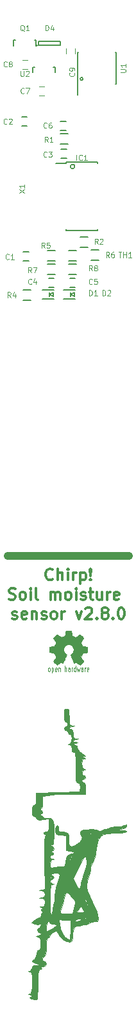
<source format=gbr>
G04 #@! TF.GenerationSoftware,KiCad,Pcbnew,no-vcs-found-c20cf4a~58~ubuntu16.04.1*
G04 #@! TF.CreationDate,2017-03-23T07:56:25+02:00*
G04 #@! TF.ProjectId,rs485-moist-sensor,72733438352D6D6F6973742D73656E73,rev?*
G04 #@! TF.FileFunction,Legend,Top*
G04 #@! TF.FilePolarity,Positive*
%FSLAX46Y46*%
G04 Gerber Fmt 4.6, Leading zero omitted, Abs format (unit mm)*
G04 Created by KiCad (PCBNEW no-vcs-found-c20cf4a~58~ubuntu16.04.1) date Thu Mar 23 07:56:25 2017*
%MOMM*%
%LPD*%
G01*
G04 APERTURE LIST*
%ADD10C,0.100000*%
%ADD11C,1.000000*%
%ADD12C,0.300000*%
%ADD13C,0.150000*%
%ADD14C,0.075000*%
%ADD15C,0.002540*%
%ADD16C,0.010000*%
%ADD17C,0.120000*%
%ADD18C,0.110000*%
%ADD19R,1.500000X0.600000*%
%ADD20R,0.600000X1.550000*%
%ADD21R,0.800100X0.800100*%
%ADD22R,1.500000X5.500000*%
%ADD23R,0.600000X0.700000*%
%ADD24R,0.800000X0.750000*%
%ADD25R,0.500000X0.900000*%
%ADD26R,0.750000X0.800000*%
%ADD27R,0.650000X1.060000*%
G04 APERTURE END LIST*
D10*
D11*
X87000000Y-91000000D02*
X103000000Y-91000000D01*
D12*
X92928571Y-93985714D02*
X92857142Y-94057142D01*
X92642857Y-94128571D01*
X92500000Y-94128571D01*
X92285714Y-94057142D01*
X92142857Y-93914285D01*
X92071428Y-93771428D01*
X92000000Y-93485714D01*
X92000000Y-93271428D01*
X92071428Y-92985714D01*
X92142857Y-92842857D01*
X92285714Y-92700000D01*
X92500000Y-92628571D01*
X92642857Y-92628571D01*
X92857142Y-92700000D01*
X92928571Y-92771428D01*
X93571428Y-94128571D02*
X93571428Y-92628571D01*
X94214285Y-94128571D02*
X94214285Y-93342857D01*
X94142857Y-93200000D01*
X94000000Y-93128571D01*
X93785714Y-93128571D01*
X93642857Y-93200000D01*
X93571428Y-93271428D01*
X94928571Y-94128571D02*
X94928571Y-93128571D01*
X94928571Y-92628571D02*
X94857142Y-92700000D01*
X94928571Y-92771428D01*
X95000000Y-92700000D01*
X94928571Y-92628571D01*
X94928571Y-92771428D01*
X95642857Y-94128571D02*
X95642857Y-93128571D01*
X95642857Y-93414285D02*
X95714285Y-93271428D01*
X95785714Y-93200000D01*
X95928571Y-93128571D01*
X96071428Y-93128571D01*
X96571428Y-93128571D02*
X96571428Y-94628571D01*
X96571428Y-93200000D02*
X96714285Y-93128571D01*
X97000000Y-93128571D01*
X97142857Y-93200000D01*
X97214285Y-93271428D01*
X97285714Y-93414285D01*
X97285714Y-93842857D01*
X97214285Y-93985714D01*
X97142857Y-94057142D01*
X97000000Y-94128571D01*
X96714285Y-94128571D01*
X96571428Y-94057142D01*
X97928571Y-93985714D02*
X98000000Y-94057142D01*
X97928571Y-94128571D01*
X97857142Y-94057142D01*
X97928571Y-93985714D01*
X97928571Y-94128571D01*
X97928571Y-93557142D02*
X97857142Y-92700000D01*
X97928571Y-92628571D01*
X98000000Y-92700000D01*
X97928571Y-93557142D01*
X97928571Y-92628571D01*
X87142857Y-96607142D02*
X87357142Y-96678571D01*
X87714285Y-96678571D01*
X87857142Y-96607142D01*
X87928571Y-96535714D01*
X88000000Y-96392857D01*
X88000000Y-96250000D01*
X87928571Y-96107142D01*
X87857142Y-96035714D01*
X87714285Y-95964285D01*
X87428571Y-95892857D01*
X87285714Y-95821428D01*
X87214285Y-95750000D01*
X87142857Y-95607142D01*
X87142857Y-95464285D01*
X87214285Y-95321428D01*
X87285714Y-95250000D01*
X87428571Y-95178571D01*
X87785714Y-95178571D01*
X88000000Y-95250000D01*
X88857142Y-96678571D02*
X88714285Y-96607142D01*
X88642857Y-96535714D01*
X88571428Y-96392857D01*
X88571428Y-95964285D01*
X88642857Y-95821428D01*
X88714285Y-95750000D01*
X88857142Y-95678571D01*
X89071428Y-95678571D01*
X89214285Y-95750000D01*
X89285714Y-95821428D01*
X89357142Y-95964285D01*
X89357142Y-96392857D01*
X89285714Y-96535714D01*
X89214285Y-96607142D01*
X89071428Y-96678571D01*
X88857142Y-96678571D01*
X90000000Y-96678571D02*
X90000000Y-95678571D01*
X90000000Y-95178571D02*
X89928571Y-95250000D01*
X90000000Y-95321428D01*
X90071428Y-95250000D01*
X90000000Y-95178571D01*
X90000000Y-95321428D01*
X90928571Y-96678571D02*
X90785714Y-96607142D01*
X90714285Y-96464285D01*
X90714285Y-95178571D01*
X92642857Y-96678571D02*
X92642857Y-95678571D01*
X92642857Y-95821428D02*
X92714285Y-95750000D01*
X92857142Y-95678571D01*
X93071428Y-95678571D01*
X93214285Y-95750000D01*
X93285714Y-95892857D01*
X93285714Y-96678571D01*
X93285714Y-95892857D02*
X93357142Y-95750000D01*
X93500000Y-95678571D01*
X93714285Y-95678571D01*
X93857142Y-95750000D01*
X93928571Y-95892857D01*
X93928571Y-96678571D01*
X94857142Y-96678571D02*
X94714285Y-96607142D01*
X94642857Y-96535714D01*
X94571428Y-96392857D01*
X94571428Y-95964285D01*
X94642857Y-95821428D01*
X94714285Y-95750000D01*
X94857142Y-95678571D01*
X95071428Y-95678571D01*
X95214285Y-95750000D01*
X95285714Y-95821428D01*
X95357142Y-95964285D01*
X95357142Y-96392857D01*
X95285714Y-96535714D01*
X95214285Y-96607142D01*
X95071428Y-96678571D01*
X94857142Y-96678571D01*
X96000000Y-96678571D02*
X96000000Y-95678571D01*
X96000000Y-95178571D02*
X95928571Y-95250000D01*
X96000000Y-95321428D01*
X96071428Y-95250000D01*
X96000000Y-95178571D01*
X96000000Y-95321428D01*
X96642857Y-96607142D02*
X96785714Y-96678571D01*
X97071428Y-96678571D01*
X97214285Y-96607142D01*
X97285714Y-96464285D01*
X97285714Y-96392857D01*
X97214285Y-96250000D01*
X97071428Y-96178571D01*
X96857142Y-96178571D01*
X96714285Y-96107142D01*
X96642857Y-95964285D01*
X96642857Y-95892857D01*
X96714285Y-95750000D01*
X96857142Y-95678571D01*
X97071428Y-95678571D01*
X97214285Y-95750000D01*
X97714285Y-95678571D02*
X98285714Y-95678571D01*
X97928571Y-95178571D02*
X97928571Y-96464285D01*
X98000000Y-96607142D01*
X98142857Y-96678571D01*
X98285714Y-96678571D01*
X99428571Y-95678571D02*
X99428571Y-96678571D01*
X98785714Y-95678571D02*
X98785714Y-96464285D01*
X98857142Y-96607142D01*
X99000000Y-96678571D01*
X99214285Y-96678571D01*
X99357142Y-96607142D01*
X99428571Y-96535714D01*
X100142857Y-96678571D02*
X100142857Y-95678571D01*
X100142857Y-95964285D02*
X100214285Y-95821428D01*
X100285714Y-95750000D01*
X100428571Y-95678571D01*
X100571428Y-95678571D01*
X101642857Y-96607142D02*
X101500000Y-96678571D01*
X101214285Y-96678571D01*
X101071428Y-96607142D01*
X101000000Y-96464285D01*
X101000000Y-95892857D01*
X101071428Y-95750000D01*
X101214285Y-95678571D01*
X101500000Y-95678571D01*
X101642857Y-95750000D01*
X101714285Y-95892857D01*
X101714285Y-96035714D01*
X101000000Y-96178571D01*
X87607142Y-99157142D02*
X87750000Y-99228571D01*
X88035714Y-99228571D01*
X88178571Y-99157142D01*
X88250000Y-99014285D01*
X88250000Y-98942857D01*
X88178571Y-98800000D01*
X88035714Y-98728571D01*
X87821428Y-98728571D01*
X87678571Y-98657142D01*
X87607142Y-98514285D01*
X87607142Y-98442857D01*
X87678571Y-98300000D01*
X87821428Y-98228571D01*
X88035714Y-98228571D01*
X88178571Y-98300000D01*
X89464285Y-99157142D02*
X89321428Y-99228571D01*
X89035714Y-99228571D01*
X88892857Y-99157142D01*
X88821428Y-99014285D01*
X88821428Y-98442857D01*
X88892857Y-98300000D01*
X89035714Y-98228571D01*
X89321428Y-98228571D01*
X89464285Y-98300000D01*
X89535714Y-98442857D01*
X89535714Y-98585714D01*
X88821428Y-98728571D01*
X90178571Y-98228571D02*
X90178571Y-99228571D01*
X90178571Y-98371428D02*
X90250000Y-98300000D01*
X90392857Y-98228571D01*
X90607142Y-98228571D01*
X90750000Y-98300000D01*
X90821428Y-98442857D01*
X90821428Y-99228571D01*
X91464285Y-99157142D02*
X91607142Y-99228571D01*
X91892857Y-99228571D01*
X92035714Y-99157142D01*
X92107142Y-99014285D01*
X92107142Y-98942857D01*
X92035714Y-98800000D01*
X91892857Y-98728571D01*
X91678571Y-98728571D01*
X91535714Y-98657142D01*
X91464285Y-98514285D01*
X91464285Y-98442857D01*
X91535714Y-98300000D01*
X91678571Y-98228571D01*
X91892857Y-98228571D01*
X92035714Y-98300000D01*
X92964285Y-99228571D02*
X92821428Y-99157142D01*
X92750000Y-99085714D01*
X92678571Y-98942857D01*
X92678571Y-98514285D01*
X92750000Y-98371428D01*
X92821428Y-98300000D01*
X92964285Y-98228571D01*
X93178571Y-98228571D01*
X93321428Y-98300000D01*
X93392857Y-98371428D01*
X93464285Y-98514285D01*
X93464285Y-98942857D01*
X93392857Y-99085714D01*
X93321428Y-99157142D01*
X93178571Y-99228571D01*
X92964285Y-99228571D01*
X94107142Y-99228571D02*
X94107142Y-98228571D01*
X94107142Y-98514285D02*
X94178571Y-98371428D01*
X94250000Y-98300000D01*
X94392857Y-98228571D01*
X94535714Y-98228571D01*
X96035714Y-98228571D02*
X96392857Y-99228571D01*
X96750000Y-98228571D01*
X97250000Y-97871428D02*
X97321428Y-97800000D01*
X97464285Y-97728571D01*
X97821428Y-97728571D01*
X97964285Y-97800000D01*
X98035714Y-97871428D01*
X98107142Y-98014285D01*
X98107142Y-98157142D01*
X98035714Y-98371428D01*
X97178571Y-99228571D01*
X98107142Y-99228571D01*
X98750000Y-99085714D02*
X98821428Y-99157142D01*
X98750000Y-99228571D01*
X98678571Y-99157142D01*
X98750000Y-99085714D01*
X98750000Y-99228571D01*
X99678571Y-98371428D02*
X99535714Y-98300000D01*
X99464285Y-98228571D01*
X99392857Y-98085714D01*
X99392857Y-98014285D01*
X99464285Y-97871428D01*
X99535714Y-97800000D01*
X99678571Y-97728571D01*
X99964285Y-97728571D01*
X100107142Y-97800000D01*
X100178571Y-97871428D01*
X100250000Y-98014285D01*
X100250000Y-98085714D01*
X100178571Y-98228571D01*
X100107142Y-98300000D01*
X99964285Y-98371428D01*
X99678571Y-98371428D01*
X99535714Y-98442857D01*
X99464285Y-98514285D01*
X99392857Y-98657142D01*
X99392857Y-98942857D01*
X99464285Y-99085714D01*
X99535714Y-99157142D01*
X99678571Y-99228571D01*
X99964285Y-99228571D01*
X100107142Y-99157142D01*
X100178571Y-99085714D01*
X100250000Y-98942857D01*
X100250000Y-98657142D01*
X100178571Y-98514285D01*
X100107142Y-98442857D01*
X99964285Y-98371428D01*
X100892857Y-99085714D02*
X100964285Y-99157142D01*
X100892857Y-99228571D01*
X100821428Y-99157142D01*
X100892857Y-99085714D01*
X100892857Y-99228571D01*
X101892857Y-97728571D02*
X102035714Y-97728571D01*
X102178571Y-97800000D01*
X102250000Y-97871428D01*
X102321428Y-98014285D01*
X102392857Y-98300000D01*
X102392857Y-98657142D01*
X102321428Y-98942857D01*
X102250000Y-99085714D01*
X102178571Y-99157142D01*
X102035714Y-99228571D01*
X101892857Y-99228571D01*
X101750000Y-99157142D01*
X101678571Y-99085714D01*
X101607142Y-98942857D01*
X101535714Y-98657142D01*
X101535714Y-98300000D01*
X101607142Y-98014285D01*
X101678571Y-97871428D01*
X101750000Y-97800000D01*
X101892857Y-97728571D01*
D13*
X94725000Y-39350000D02*
X94725000Y-39465000D01*
X98875000Y-39350000D02*
X98875000Y-39465000D01*
X98875000Y-48250000D02*
X98875000Y-48135000D01*
X94725000Y-48250000D02*
X94725000Y-48135000D01*
X94725000Y-39350000D02*
X98875000Y-39350000D01*
X94725000Y-48250000D02*
X98875000Y-48250000D01*
X94725000Y-39465000D02*
X93350000Y-39465000D01*
X95832843Y-39900000D02*
G75*
G03X95832843Y-39900000I-282843J0D01*
G01*
X96225000Y-29075000D02*
X96225000Y-30475000D01*
X101325000Y-29075000D02*
X101325000Y-24925000D01*
X96175000Y-29075000D02*
X96175000Y-24925000D01*
X101325000Y-29075000D02*
X101180000Y-29075000D01*
X101325000Y-24925000D02*
X101180000Y-24925000D01*
X96175000Y-24925000D02*
X96320000Y-24925000D01*
X96175000Y-29075000D02*
X96225000Y-29075000D01*
X96930278Y-28400000D02*
G75*
G03X96930278Y-28400000I-180278J0D01*
G01*
X93249820Y-26849760D02*
X93249820Y-27550800D01*
X93049160Y-26849760D02*
X93249820Y-26849760D01*
X90250180Y-26849760D02*
X90499100Y-26849760D01*
X90250180Y-27550800D02*
X90250180Y-26849760D01*
X93049160Y-26849760D02*
X93000900Y-26849760D01*
X90749820Y-23349760D02*
X90749820Y-24050800D01*
X90549160Y-23349760D02*
X90749820Y-23349760D01*
X87750180Y-23349760D02*
X87999100Y-23349760D01*
X87750180Y-24050800D02*
X87750180Y-23349760D01*
X90549160Y-23349760D02*
X90500900Y-23349760D01*
X95254000Y-56892000D02*
X95254000Y-56392000D01*
X95754000Y-56892000D02*
X95754000Y-56392000D01*
X95754000Y-56392000D02*
X95254000Y-56642000D01*
X95254000Y-56642000D02*
X95754000Y-56892000D01*
X95904000Y-56042000D02*
X94354000Y-56042000D01*
X95904000Y-57242000D02*
X94354000Y-57242000D01*
X92460000Y-56892000D02*
X92460000Y-56392000D01*
X92960000Y-56892000D02*
X92460000Y-56642000D01*
X92460000Y-56642000D02*
X92960000Y-56392000D01*
X92960000Y-56392000D02*
X92960000Y-56892000D01*
X93110000Y-56042000D02*
X91560000Y-56042000D01*
X93110000Y-57242000D02*
X91560000Y-57242000D01*
X89050000Y-51100000D02*
X89750000Y-51100000D01*
X89750000Y-52300000D02*
X89050000Y-52300000D01*
X88850000Y-33400000D02*
X89550000Y-33400000D01*
X89550000Y-34600000D02*
X88850000Y-34600000D01*
X94050000Y-37600000D02*
X94750000Y-37600000D01*
X94750000Y-38800000D02*
X94050000Y-38800000D01*
X93060000Y-55718000D02*
X92360000Y-55718000D01*
X92360000Y-54518000D02*
X93060000Y-54518000D01*
X95154000Y-54518000D02*
X95854000Y-54518000D01*
X95854000Y-55718000D02*
X95154000Y-55718000D01*
X94650000Y-35200000D02*
X93950000Y-35200000D01*
X93950000Y-34000000D02*
X94650000Y-34000000D01*
X93950000Y-35625000D02*
X94950000Y-35625000D01*
X94950000Y-36975000D02*
X93950000Y-36975000D01*
X97528000Y-50459000D02*
X96528000Y-50459000D01*
X96528000Y-49109000D02*
X97528000Y-49109000D01*
X90000000Y-57425000D02*
X89000000Y-57425000D01*
X89000000Y-56075000D02*
X90000000Y-56075000D01*
X92210000Y-50887000D02*
X93210000Y-50887000D01*
X93210000Y-52237000D02*
X92210000Y-52237000D01*
X96004000Y-52237000D02*
X95004000Y-52237000D01*
X95004000Y-50887000D02*
X96004000Y-50887000D01*
X93210000Y-54015000D02*
X92210000Y-54015000D01*
X92210000Y-52665000D02*
X93210000Y-52665000D01*
X95004000Y-52665000D02*
X96004000Y-52665000D01*
X96004000Y-54015000D02*
X95004000Y-54015000D01*
X99000000Y-52175000D02*
X98000000Y-52175000D01*
X98000000Y-50825000D02*
X99000000Y-50825000D01*
D14*
X97160000Y-105620000D02*
X97160000Y-106080000D01*
X97250000Y-105620000D02*
X97300000Y-105620000D01*
X97200000Y-105650000D02*
X97250000Y-105620000D01*
X97180000Y-105670000D02*
X97200000Y-105650000D01*
X97160000Y-105740000D02*
X97180000Y-105670000D01*
X97600000Y-106080000D02*
X97650000Y-106050000D01*
X97500000Y-106080000D02*
X97600000Y-106080000D01*
X97460000Y-106050000D02*
X97500000Y-106080000D01*
X97440000Y-105980000D02*
X97460000Y-106050000D01*
X97440000Y-105710000D02*
X97440000Y-105980000D01*
X97470000Y-105650000D02*
X97440000Y-105710000D01*
X97510000Y-105620000D02*
X97470000Y-105650000D01*
X97610000Y-105620000D02*
X97510000Y-105620000D01*
X97650000Y-105660000D02*
X97610000Y-105620000D01*
X97670000Y-105730000D02*
X97650000Y-105660000D01*
X97670000Y-105850000D02*
X97670000Y-105730000D01*
X97670000Y-105850000D02*
X97440000Y-105850000D01*
X96920000Y-105710000D02*
X96920000Y-106080000D01*
X96890000Y-105650000D02*
X96920000Y-105710000D01*
X96850000Y-105620000D02*
X96890000Y-105650000D01*
X96750000Y-105620000D02*
X96850000Y-105620000D01*
X96700000Y-105650000D02*
X96750000Y-105620000D01*
X96760000Y-105810000D02*
X96710000Y-105840000D01*
X96880000Y-105810000D02*
X96760000Y-105810000D01*
X96920000Y-105780000D02*
X96880000Y-105810000D01*
X96870000Y-106080000D02*
X96920000Y-106040000D01*
X96750000Y-106080000D02*
X96870000Y-106080000D01*
X96700000Y-106040000D02*
X96750000Y-106080000D01*
X96680000Y-105980000D02*
X96700000Y-106040000D01*
X96680000Y-105910000D02*
X96680000Y-105980000D01*
X96710000Y-105840000D02*
X96680000Y-105910000D01*
X96130000Y-105620000D02*
X96230000Y-106080000D01*
X96230000Y-106080000D02*
X96320000Y-105740000D01*
X96320000Y-105740000D02*
X96420000Y-106080000D01*
X96420000Y-106080000D02*
X96520000Y-105620000D01*
X95940000Y-106050000D02*
X95900000Y-106080000D01*
X95900000Y-106080000D02*
X95790000Y-106080000D01*
X95790000Y-106080000D02*
X95750000Y-106050000D01*
X95750000Y-106050000D02*
X95730000Y-106020000D01*
X95730000Y-106020000D02*
X95700000Y-105950000D01*
X95700000Y-105950000D02*
X95700000Y-105750000D01*
X95700000Y-105750000D02*
X95730000Y-105680000D01*
X95730000Y-105680000D02*
X95750000Y-105650000D01*
X95750000Y-105650000D02*
X95810000Y-105610000D01*
X95810000Y-105610000D02*
X95880000Y-105610000D01*
X95880000Y-105610000D02*
X95940000Y-105650000D01*
X95940000Y-105380000D02*
X95940000Y-106080000D01*
X95420000Y-105740000D02*
X95440000Y-105670000D01*
X95440000Y-105670000D02*
X95460000Y-105650000D01*
X95460000Y-105650000D02*
X95510000Y-105620000D01*
X95510000Y-105620000D02*
X95560000Y-105620000D01*
X95420000Y-105620000D02*
X95420000Y-106080000D01*
X94970000Y-105840000D02*
X94940000Y-105910000D01*
X94940000Y-105910000D02*
X94940000Y-105980000D01*
X94940000Y-105980000D02*
X94960000Y-106040000D01*
X94960000Y-106040000D02*
X95010000Y-106080000D01*
X95010000Y-106080000D02*
X95130000Y-106080000D01*
X95130000Y-106080000D02*
X95180000Y-106040000D01*
X95180000Y-105780000D02*
X95140000Y-105810000D01*
X95140000Y-105810000D02*
X95020000Y-105810000D01*
X95020000Y-105810000D02*
X94970000Y-105840000D01*
X94960000Y-105650000D02*
X95010000Y-105620000D01*
X95010000Y-105620000D02*
X95110000Y-105620000D01*
X95110000Y-105620000D02*
X95150000Y-105650000D01*
X95150000Y-105650000D02*
X95180000Y-105710000D01*
X95180000Y-105710000D02*
X95180000Y-106080000D01*
X94510000Y-105690000D02*
X94530000Y-105650000D01*
X94530000Y-105650000D02*
X94580000Y-105620000D01*
X94580000Y-105620000D02*
X94660000Y-105620000D01*
X94660000Y-105620000D02*
X94700000Y-105650000D01*
X94700000Y-105650000D02*
X94720000Y-105710000D01*
X94720000Y-105710000D02*
X94720000Y-106080000D01*
X94510000Y-105380000D02*
X94510000Y-106080000D01*
X93460000Y-105850000D02*
X93230000Y-105850000D01*
X93680000Y-105680000D02*
X93700000Y-105650000D01*
X93700000Y-105650000D02*
X93740000Y-105620000D01*
X93740000Y-105620000D02*
X93830000Y-105620000D01*
X93830000Y-105620000D02*
X93870000Y-105650000D01*
X93870000Y-105650000D02*
X93890000Y-105710000D01*
X93890000Y-105710000D02*
X93890000Y-106080000D01*
X93680000Y-105620000D02*
X93680000Y-106080000D01*
X93460000Y-105850000D02*
X93460000Y-105730000D01*
X93460000Y-105730000D02*
X93440000Y-105660000D01*
X93440000Y-105660000D02*
X93400000Y-105620000D01*
X93400000Y-105620000D02*
X93300000Y-105620000D01*
X93300000Y-105620000D02*
X93260000Y-105650000D01*
X93260000Y-105650000D02*
X93230000Y-105710000D01*
X93230000Y-105710000D02*
X93230000Y-105980000D01*
X93230000Y-105980000D02*
X93250000Y-106050000D01*
X93250000Y-106050000D02*
X93290000Y-106080000D01*
X93290000Y-106080000D02*
X93390000Y-106080000D01*
X93390000Y-106080000D02*
X93440000Y-106050000D01*
X92800000Y-105650000D02*
X92840000Y-105620000D01*
X92840000Y-105620000D02*
X92940000Y-105620000D01*
X92940000Y-105620000D02*
X92980000Y-105650000D01*
X92980000Y-105650000D02*
X93010000Y-105680000D01*
X93010000Y-105680000D02*
X93030000Y-105740000D01*
X93030000Y-105740000D02*
X93030000Y-105960000D01*
X93030000Y-105960000D02*
X93010000Y-106020000D01*
X93010000Y-106020000D02*
X92990000Y-106050000D01*
X92990000Y-106050000D02*
X92950000Y-106080000D01*
X92950000Y-106080000D02*
X92850000Y-106080000D01*
X92850000Y-106080000D02*
X92800000Y-106050000D01*
X92800000Y-106320000D02*
X92800000Y-105620000D01*
X92490000Y-105620000D02*
X92410000Y-105620000D01*
X92410000Y-105620000D02*
X92370000Y-105650000D01*
X92370000Y-105650000D02*
X92350000Y-105680000D01*
X92350000Y-105680000D02*
X92320000Y-105750000D01*
X92410000Y-106080000D02*
X92490000Y-106080000D01*
X92490000Y-106080000D02*
X92540000Y-106050000D01*
X92540000Y-106050000D02*
X92560000Y-106020000D01*
X92560000Y-106020000D02*
X92580000Y-105950000D01*
X92580000Y-105950000D02*
X92580000Y-105750000D01*
X92580000Y-105750000D02*
X92560000Y-105690000D01*
X92560000Y-105690000D02*
X92540000Y-105660000D01*
X92540000Y-105660000D02*
X92490000Y-105620000D01*
X92320000Y-105750000D02*
X92320000Y-105950000D01*
X92320000Y-105950000D02*
X92340000Y-106010000D01*
X92340000Y-106010000D02*
X92360000Y-106040000D01*
X92360000Y-106040000D02*
X92410000Y-106080000D01*
D15*
G36*
X93486160Y-105245360D02*
X93511560Y-105230120D01*
X93569980Y-105194560D01*
X93653800Y-105138680D01*
X93752860Y-105072640D01*
X93851920Y-105006600D01*
X93933200Y-104953260D01*
X93989080Y-104915160D01*
X94014480Y-104902460D01*
X94027180Y-104907540D01*
X94072900Y-104930400D01*
X94141480Y-104965960D01*
X94182120Y-104986280D01*
X94243080Y-105011680D01*
X94276100Y-105019300D01*
X94281180Y-105009140D01*
X94304040Y-104960880D01*
X94339600Y-104879600D01*
X94385320Y-104770380D01*
X94441200Y-104643380D01*
X94497080Y-104508760D01*
X94555500Y-104369060D01*
X94611380Y-104234440D01*
X94659640Y-104115060D01*
X94700280Y-104018540D01*
X94725680Y-103949960D01*
X94735840Y-103922020D01*
X94733300Y-103914400D01*
X94700280Y-103883920D01*
X94646940Y-103843280D01*
X94527560Y-103746760D01*
X94410720Y-103601980D01*
X94339600Y-103436880D01*
X94316740Y-103251460D01*
X94337060Y-103081280D01*
X94403100Y-102918720D01*
X94517400Y-102771400D01*
X94657100Y-102662180D01*
X94819660Y-102593600D01*
X95000000Y-102570740D01*
X95172720Y-102591060D01*
X95340360Y-102657100D01*
X95487680Y-102768860D01*
X95551180Y-102839980D01*
X95637540Y-102989840D01*
X95685800Y-103147320D01*
X95690880Y-103187960D01*
X95683260Y-103363220D01*
X95632460Y-103533400D01*
X95538480Y-103683260D01*
X95408940Y-103807720D01*
X95393700Y-103817880D01*
X95335280Y-103863600D01*
X95294640Y-103894080D01*
X95264160Y-103919480D01*
X95487680Y-104457960D01*
X95523240Y-104541780D01*
X95584200Y-104689100D01*
X95637540Y-104816100D01*
X95680720Y-104917700D01*
X95711200Y-104983740D01*
X95723900Y-105011680D01*
X95723900Y-105014220D01*
X95744220Y-105016760D01*
X95784860Y-105001520D01*
X95861060Y-104965960D01*
X95909320Y-104940560D01*
X95967740Y-104912620D01*
X95993140Y-104902460D01*
X96016000Y-104915160D01*
X96069340Y-104950720D01*
X96150620Y-105004060D01*
X96247140Y-105067560D01*
X96338580Y-105131060D01*
X96422400Y-105186940D01*
X96483360Y-105225040D01*
X96513840Y-105242820D01*
X96518920Y-105242820D01*
X96544320Y-105227580D01*
X96592580Y-105186940D01*
X96666240Y-105118360D01*
X96770380Y-105014220D01*
X96785620Y-104998980D01*
X96871980Y-104912620D01*
X96940560Y-104838960D01*
X96986280Y-104788160D01*
X97004060Y-104765300D01*
X97004060Y-104765300D01*
X96988820Y-104734820D01*
X96950720Y-104673860D01*
X96894840Y-104587500D01*
X96826260Y-104488440D01*
X96648460Y-104229360D01*
X96744980Y-103985520D01*
X96775460Y-103909320D01*
X96813560Y-103820420D01*
X96841500Y-103754380D01*
X96856740Y-103726440D01*
X96882140Y-103716280D01*
X96950720Y-103701040D01*
X97047240Y-103680720D01*
X97161540Y-103660400D01*
X97273300Y-103640080D01*
X97372360Y-103619760D01*
X97443480Y-103607060D01*
X97476500Y-103599440D01*
X97484120Y-103594360D01*
X97491740Y-103579120D01*
X97494280Y-103546100D01*
X97496820Y-103485140D01*
X97499360Y-103391160D01*
X97499360Y-103251460D01*
X97499360Y-103236220D01*
X97496820Y-103106680D01*
X97494280Y-103000000D01*
X97491740Y-102933960D01*
X97486660Y-102906020D01*
X97486660Y-102906020D01*
X97456180Y-102898400D01*
X97385060Y-102883160D01*
X97286000Y-102865380D01*
X97166620Y-102842520D01*
X97159000Y-102839980D01*
X97042160Y-102817120D01*
X96943100Y-102796800D01*
X96871980Y-102781560D01*
X96844040Y-102771400D01*
X96836420Y-102763780D01*
X96813560Y-102718060D01*
X96780540Y-102644400D01*
X96739900Y-102555500D01*
X96701800Y-102461520D01*
X96668780Y-102377700D01*
X96645920Y-102316740D01*
X96638300Y-102288800D01*
X96640840Y-102286260D01*
X96658620Y-102258320D01*
X96699260Y-102197360D01*
X96755140Y-102113540D01*
X96823720Y-102011940D01*
X96828800Y-102004320D01*
X96897380Y-101905260D01*
X96953260Y-101818900D01*
X96988820Y-101760480D01*
X97004060Y-101732540D01*
X97004060Y-101730000D01*
X96981200Y-101699520D01*
X96930400Y-101643640D01*
X96856740Y-101567440D01*
X96770380Y-101478540D01*
X96742440Y-101453140D01*
X96643380Y-101356620D01*
X96577340Y-101295660D01*
X96534160Y-101262640D01*
X96513840Y-101255020D01*
X96513840Y-101255020D01*
X96483360Y-101272800D01*
X96419860Y-101313440D01*
X96336040Y-101371860D01*
X96234440Y-101440440D01*
X96226820Y-101445520D01*
X96127760Y-101514100D01*
X96043940Y-101569980D01*
X95985520Y-101610620D01*
X95957580Y-101625860D01*
X95955040Y-101625860D01*
X95914400Y-101613160D01*
X95843280Y-101587760D01*
X95754380Y-101554740D01*
X95662940Y-101516640D01*
X95579120Y-101481080D01*
X95515620Y-101453140D01*
X95485140Y-101435360D01*
X95485140Y-101435360D01*
X95474980Y-101399800D01*
X95457200Y-101323600D01*
X95436880Y-101222000D01*
X95411480Y-101100080D01*
X95408940Y-101079760D01*
X95386080Y-100960380D01*
X95368300Y-100861320D01*
X95353060Y-100792740D01*
X95345440Y-100764800D01*
X95330200Y-100762260D01*
X95271780Y-100757180D01*
X95182880Y-100754640D01*
X95073660Y-100754640D01*
X94961900Y-100754640D01*
X94852680Y-100757180D01*
X94758700Y-100759720D01*
X94690120Y-100764800D01*
X94662180Y-100769880D01*
X94662180Y-100772420D01*
X94652020Y-100810520D01*
X94634240Y-100884180D01*
X94613920Y-100988320D01*
X94591060Y-101110240D01*
X94585980Y-101133100D01*
X94563120Y-101249940D01*
X94542800Y-101349000D01*
X94530100Y-101415040D01*
X94522480Y-101442980D01*
X94509780Y-101448060D01*
X94461520Y-101468380D01*
X94382780Y-101501400D01*
X94283720Y-101542040D01*
X94055120Y-101633480D01*
X93773180Y-101442980D01*
X93747780Y-101425200D01*
X93646180Y-101356620D01*
X93564900Y-101300740D01*
X93506480Y-101262640D01*
X93483620Y-101249940D01*
X93481080Y-101249940D01*
X93453140Y-101275340D01*
X93397260Y-101328680D01*
X93321060Y-101402340D01*
X93232160Y-101488700D01*
X93168660Y-101554740D01*
X93089920Y-101633480D01*
X93041660Y-101686820D01*
X93013720Y-101719840D01*
X93006100Y-101740160D01*
X93008640Y-101755400D01*
X93026420Y-101783340D01*
X93067060Y-101844300D01*
X93125480Y-101930660D01*
X93194060Y-102029720D01*
X93249940Y-102113540D01*
X93310900Y-102207520D01*
X93349000Y-102273560D01*
X93364240Y-102306580D01*
X93359160Y-102319280D01*
X93341380Y-102375160D01*
X93305820Y-102458980D01*
X93265180Y-102558040D01*
X93166120Y-102779020D01*
X93021340Y-102806960D01*
X92932440Y-102824740D01*
X92810520Y-102847600D01*
X92691140Y-102870460D01*
X92508260Y-102906020D01*
X92500640Y-103581660D01*
X92528580Y-103594360D01*
X92556520Y-103601980D01*
X92625100Y-103617220D01*
X92721620Y-103637540D01*
X92838460Y-103657860D01*
X92934980Y-103675640D01*
X93034040Y-103695960D01*
X93105160Y-103708660D01*
X93135640Y-103716280D01*
X93145800Y-103726440D01*
X93168660Y-103774700D01*
X93204220Y-103850900D01*
X93244860Y-103942340D01*
X93282960Y-104036320D01*
X93318520Y-104125220D01*
X93341380Y-104191260D01*
X93351540Y-104224280D01*
X93338840Y-104252220D01*
X93300740Y-104310640D01*
X93247400Y-104391920D01*
X93178820Y-104490980D01*
X93112780Y-104587500D01*
X93054360Y-104671320D01*
X93016260Y-104732280D01*
X92998480Y-104760220D01*
X93008640Y-104778000D01*
X93046740Y-104826260D01*
X93120400Y-104902460D01*
X93232160Y-105011680D01*
X93249940Y-105029460D01*
X93336300Y-105113280D01*
X93409960Y-105181860D01*
X93463300Y-105227580D01*
X93486160Y-105245360D01*
X93486160Y-105245360D01*
G37*
X93486160Y-105245360D02*
X93511560Y-105230120D01*
X93569980Y-105194560D01*
X93653800Y-105138680D01*
X93752860Y-105072640D01*
X93851920Y-105006600D01*
X93933200Y-104953260D01*
X93989080Y-104915160D01*
X94014480Y-104902460D01*
X94027180Y-104907540D01*
X94072900Y-104930400D01*
X94141480Y-104965960D01*
X94182120Y-104986280D01*
X94243080Y-105011680D01*
X94276100Y-105019300D01*
X94281180Y-105009140D01*
X94304040Y-104960880D01*
X94339600Y-104879600D01*
X94385320Y-104770380D01*
X94441200Y-104643380D01*
X94497080Y-104508760D01*
X94555500Y-104369060D01*
X94611380Y-104234440D01*
X94659640Y-104115060D01*
X94700280Y-104018540D01*
X94725680Y-103949960D01*
X94735840Y-103922020D01*
X94733300Y-103914400D01*
X94700280Y-103883920D01*
X94646940Y-103843280D01*
X94527560Y-103746760D01*
X94410720Y-103601980D01*
X94339600Y-103436880D01*
X94316740Y-103251460D01*
X94337060Y-103081280D01*
X94403100Y-102918720D01*
X94517400Y-102771400D01*
X94657100Y-102662180D01*
X94819660Y-102593600D01*
X95000000Y-102570740D01*
X95172720Y-102591060D01*
X95340360Y-102657100D01*
X95487680Y-102768860D01*
X95551180Y-102839980D01*
X95637540Y-102989840D01*
X95685800Y-103147320D01*
X95690880Y-103187960D01*
X95683260Y-103363220D01*
X95632460Y-103533400D01*
X95538480Y-103683260D01*
X95408940Y-103807720D01*
X95393700Y-103817880D01*
X95335280Y-103863600D01*
X95294640Y-103894080D01*
X95264160Y-103919480D01*
X95487680Y-104457960D01*
X95523240Y-104541780D01*
X95584200Y-104689100D01*
X95637540Y-104816100D01*
X95680720Y-104917700D01*
X95711200Y-104983740D01*
X95723900Y-105011680D01*
X95723900Y-105014220D01*
X95744220Y-105016760D01*
X95784860Y-105001520D01*
X95861060Y-104965960D01*
X95909320Y-104940560D01*
X95967740Y-104912620D01*
X95993140Y-104902460D01*
X96016000Y-104915160D01*
X96069340Y-104950720D01*
X96150620Y-105004060D01*
X96247140Y-105067560D01*
X96338580Y-105131060D01*
X96422400Y-105186940D01*
X96483360Y-105225040D01*
X96513840Y-105242820D01*
X96518920Y-105242820D01*
X96544320Y-105227580D01*
X96592580Y-105186940D01*
X96666240Y-105118360D01*
X96770380Y-105014220D01*
X96785620Y-104998980D01*
X96871980Y-104912620D01*
X96940560Y-104838960D01*
X96986280Y-104788160D01*
X97004060Y-104765300D01*
X97004060Y-104765300D01*
X96988820Y-104734820D01*
X96950720Y-104673860D01*
X96894840Y-104587500D01*
X96826260Y-104488440D01*
X96648460Y-104229360D01*
X96744980Y-103985520D01*
X96775460Y-103909320D01*
X96813560Y-103820420D01*
X96841500Y-103754380D01*
X96856740Y-103726440D01*
X96882140Y-103716280D01*
X96950720Y-103701040D01*
X97047240Y-103680720D01*
X97161540Y-103660400D01*
X97273300Y-103640080D01*
X97372360Y-103619760D01*
X97443480Y-103607060D01*
X97476500Y-103599440D01*
X97484120Y-103594360D01*
X97491740Y-103579120D01*
X97494280Y-103546100D01*
X97496820Y-103485140D01*
X97499360Y-103391160D01*
X97499360Y-103251460D01*
X97499360Y-103236220D01*
X97496820Y-103106680D01*
X97494280Y-103000000D01*
X97491740Y-102933960D01*
X97486660Y-102906020D01*
X97486660Y-102906020D01*
X97456180Y-102898400D01*
X97385060Y-102883160D01*
X97286000Y-102865380D01*
X97166620Y-102842520D01*
X97159000Y-102839980D01*
X97042160Y-102817120D01*
X96943100Y-102796800D01*
X96871980Y-102781560D01*
X96844040Y-102771400D01*
X96836420Y-102763780D01*
X96813560Y-102718060D01*
X96780540Y-102644400D01*
X96739900Y-102555500D01*
X96701800Y-102461520D01*
X96668780Y-102377700D01*
X96645920Y-102316740D01*
X96638300Y-102288800D01*
X96640840Y-102286260D01*
X96658620Y-102258320D01*
X96699260Y-102197360D01*
X96755140Y-102113540D01*
X96823720Y-102011940D01*
X96828800Y-102004320D01*
X96897380Y-101905260D01*
X96953260Y-101818900D01*
X96988820Y-101760480D01*
X97004060Y-101732540D01*
X97004060Y-101730000D01*
X96981200Y-101699520D01*
X96930400Y-101643640D01*
X96856740Y-101567440D01*
X96770380Y-101478540D01*
X96742440Y-101453140D01*
X96643380Y-101356620D01*
X96577340Y-101295660D01*
X96534160Y-101262640D01*
X96513840Y-101255020D01*
X96513840Y-101255020D01*
X96483360Y-101272800D01*
X96419860Y-101313440D01*
X96336040Y-101371860D01*
X96234440Y-101440440D01*
X96226820Y-101445520D01*
X96127760Y-101514100D01*
X96043940Y-101569980D01*
X95985520Y-101610620D01*
X95957580Y-101625860D01*
X95955040Y-101625860D01*
X95914400Y-101613160D01*
X95843280Y-101587760D01*
X95754380Y-101554740D01*
X95662940Y-101516640D01*
X95579120Y-101481080D01*
X95515620Y-101453140D01*
X95485140Y-101435360D01*
X95485140Y-101435360D01*
X95474980Y-101399800D01*
X95457200Y-101323600D01*
X95436880Y-101222000D01*
X95411480Y-101100080D01*
X95408940Y-101079760D01*
X95386080Y-100960380D01*
X95368300Y-100861320D01*
X95353060Y-100792740D01*
X95345440Y-100764800D01*
X95330200Y-100762260D01*
X95271780Y-100757180D01*
X95182880Y-100754640D01*
X95073660Y-100754640D01*
X94961900Y-100754640D01*
X94852680Y-100757180D01*
X94758700Y-100759720D01*
X94690120Y-100764800D01*
X94662180Y-100769880D01*
X94662180Y-100772420D01*
X94652020Y-100810520D01*
X94634240Y-100884180D01*
X94613920Y-100988320D01*
X94591060Y-101110240D01*
X94585980Y-101133100D01*
X94563120Y-101249940D01*
X94542800Y-101349000D01*
X94530100Y-101415040D01*
X94522480Y-101442980D01*
X94509780Y-101448060D01*
X94461520Y-101468380D01*
X94382780Y-101501400D01*
X94283720Y-101542040D01*
X94055120Y-101633480D01*
X93773180Y-101442980D01*
X93747780Y-101425200D01*
X93646180Y-101356620D01*
X93564900Y-101300740D01*
X93506480Y-101262640D01*
X93483620Y-101249940D01*
X93481080Y-101249940D01*
X93453140Y-101275340D01*
X93397260Y-101328680D01*
X93321060Y-101402340D01*
X93232160Y-101488700D01*
X93168660Y-101554740D01*
X93089920Y-101633480D01*
X93041660Y-101686820D01*
X93013720Y-101719840D01*
X93006100Y-101740160D01*
X93008640Y-101755400D01*
X93026420Y-101783340D01*
X93067060Y-101844300D01*
X93125480Y-101930660D01*
X93194060Y-102029720D01*
X93249940Y-102113540D01*
X93310900Y-102207520D01*
X93349000Y-102273560D01*
X93364240Y-102306580D01*
X93359160Y-102319280D01*
X93341380Y-102375160D01*
X93305820Y-102458980D01*
X93265180Y-102558040D01*
X93166120Y-102779020D01*
X93021340Y-102806960D01*
X92932440Y-102824740D01*
X92810520Y-102847600D01*
X92691140Y-102870460D01*
X92508260Y-102906020D01*
X92500640Y-103581660D01*
X92528580Y-103594360D01*
X92556520Y-103601980D01*
X92625100Y-103617220D01*
X92721620Y-103637540D01*
X92838460Y-103657860D01*
X92934980Y-103675640D01*
X93034040Y-103695960D01*
X93105160Y-103708660D01*
X93135640Y-103716280D01*
X93145800Y-103726440D01*
X93168660Y-103774700D01*
X93204220Y-103850900D01*
X93244860Y-103942340D01*
X93282960Y-104036320D01*
X93318520Y-104125220D01*
X93341380Y-104191260D01*
X93351540Y-104224280D01*
X93338840Y-104252220D01*
X93300740Y-104310640D01*
X93247400Y-104391920D01*
X93178820Y-104490980D01*
X93112780Y-104587500D01*
X93054360Y-104671320D01*
X93016260Y-104732280D01*
X92998480Y-104760220D01*
X93008640Y-104778000D01*
X93046740Y-104826260D01*
X93120400Y-104902460D01*
X93232160Y-105011680D01*
X93249940Y-105029460D01*
X93336300Y-105113280D01*
X93409960Y-105181860D01*
X93463300Y-105227580D01*
X93486160Y-105245360D01*
D16*
G36*
X89812140Y-148477643D02*
X89900000Y-148483798D01*
X90150108Y-148580153D01*
X90194371Y-148671523D01*
X90054827Y-148822559D01*
X89900000Y-148856907D01*
X89839739Y-148908991D01*
X90057236Y-149016884D01*
X90155195Y-149050278D01*
X90553414Y-149140935D01*
X90798779Y-149129127D01*
X90811532Y-149119704D01*
X90855629Y-148918051D01*
X90893970Y-148452257D01*
X90922099Y-147794604D01*
X90934814Y-147120346D01*
X90946860Y-146294477D01*
X90972576Y-145745995D01*
X91022089Y-145415882D01*
X91105528Y-145245117D01*
X91233019Y-145174684D01*
X91270111Y-145166380D01*
X91476838Y-145090301D01*
X91370263Y-144966701D01*
X91354217Y-144956400D01*
X91271303Y-144848438D01*
X91496351Y-144806803D01*
X91582120Y-144805224D01*
X91932724Y-144738436D01*
X92043737Y-144505126D01*
X92044702Y-144466225D01*
X91939524Y-144192243D01*
X91792385Y-144129801D01*
X91586898Y-143989563D01*
X91540067Y-143793377D01*
X91645245Y-143519395D01*
X91792385Y-143456953D01*
X91925029Y-143391208D01*
X92003106Y-143153497D01*
X92038661Y-142683109D01*
X92044702Y-142185436D01*
X92063435Y-141562225D01*
X92114405Y-141149490D01*
X92189775Y-141006242D01*
X92200804Y-141010396D01*
X92368692Y-140958239D01*
X92456355Y-140793532D01*
X92631159Y-140549791D01*
X92934347Y-140321545D01*
X93253717Y-140171270D01*
X93477064Y-140161435D01*
X93512723Y-140205370D01*
X93826716Y-140809715D01*
X94275347Y-141285038D01*
X94744872Y-141524444D01*
X95175675Y-141555917D01*
X95432115Y-141386022D01*
X95551864Y-140967874D01*
X95574577Y-140491788D01*
X95649255Y-139953214D01*
X95839047Y-139585943D01*
X96099298Y-139455284D01*
X96250000Y-139503973D01*
X96517070Y-139506904D01*
X96670530Y-139419867D01*
X96954395Y-139303770D01*
X97083396Y-139331025D01*
X97336209Y-139324945D01*
X97632829Y-139177294D01*
X98095281Y-138974279D01*
X98474184Y-138915231D01*
X98816339Y-138861848D01*
X98933991Y-138637173D01*
X98941391Y-138478602D01*
X98861543Y-137995786D01*
X98709565Y-137595490D01*
X98469550Y-137103455D01*
X98302605Y-136728476D01*
X98137593Y-136345921D01*
X97893979Y-135796267D01*
X97697768Y-135360438D01*
X97511590Y-134928027D01*
X97511590Y-136560264D01*
X97595696Y-136644370D01*
X97511590Y-136728476D01*
X97427484Y-136644370D01*
X97511590Y-136560264D01*
X97511590Y-134928027D01*
X97464885Y-134819551D01*
X97363158Y-134438112D01*
X97378344Y-134072191D01*
X97496198Y-133577855D01*
X97514641Y-133510107D01*
X97698645Y-132811009D01*
X97879397Y-132085019D01*
X97944713Y-131808278D01*
X98076769Y-131345782D01*
X98208868Y-131057311D01*
X98267284Y-131009271D01*
X98358836Y-130856297D01*
X98472417Y-130452400D01*
X98585493Y-129880114D01*
X98600243Y-129789735D01*
X98770065Y-128834997D01*
X98960811Y-128164047D01*
X99225557Y-127725785D01*
X99617379Y-127469114D01*
X100189351Y-127342937D01*
X100994551Y-127296156D01*
X101194977Y-127291700D01*
X101907862Y-127257668D01*
X102404601Y-127196103D01*
X102661295Y-127120585D01*
X102654048Y-127044692D01*
X102358961Y-126982006D01*
X101800994Y-126947343D01*
X100707616Y-126917349D01*
X101631324Y-126818608D01*
X102198106Y-126731182D01*
X102501611Y-126603255D01*
X102613564Y-126411538D01*
X102613833Y-126202864D01*
X102436762Y-126231905D01*
X102331710Y-126285379D01*
X101949347Y-126401902D01*
X101418456Y-126466767D01*
X101265364Y-126471243D01*
X100645231Y-126548517D01*
X99979828Y-126737025D01*
X99795585Y-126812391D01*
X99242904Y-127015037D01*
X98924946Y-127010199D01*
X98878830Y-126976908D01*
X98595547Y-126866684D01*
X98108707Y-126813872D01*
X97932120Y-126815397D01*
X97932120Y-127308609D01*
X98070577Y-127370155D01*
X98044261Y-127420750D01*
X97844633Y-127440882D01*
X97819978Y-127420750D01*
X97843069Y-127320748D01*
X97932120Y-127308609D01*
X97932120Y-126815397D01*
X97546284Y-126818731D01*
X97228459Y-126857856D01*
X97228459Y-130388828D01*
X97325547Y-130524449D01*
X97337745Y-130548008D01*
X97437765Y-130894520D01*
X97387354Y-131338373D01*
X97289728Y-131682119D01*
X97101541Y-132307034D01*
X96896990Y-133032894D01*
X96808471Y-133364238D01*
X96734669Y-133641594D01*
X96734669Y-135466887D01*
X97081077Y-135863999D01*
X97361671Y-136213654D01*
X97417855Y-136372164D01*
X97362724Y-136392052D01*
X97259272Y-136284095D01*
X97259272Y-138410596D01*
X97397729Y-138472142D01*
X97371413Y-138522737D01*
X97171785Y-138542869D01*
X97147131Y-138522737D01*
X97170221Y-138422735D01*
X97259272Y-138410596D01*
X97259272Y-136284095D01*
X97240627Y-136264638D01*
X97032170Y-135955342D01*
X97016317Y-135929470D01*
X96734669Y-135466887D01*
X96734669Y-133641594D01*
X96661084Y-133918135D01*
X96604435Y-134121403D01*
X96604435Y-136920277D01*
X96769059Y-137075119D01*
X96835130Y-137161286D01*
X97051590Y-137510772D01*
X96997371Y-137685099D01*
X96649094Y-137737194D01*
X96580506Y-137737748D01*
X96236701Y-137715169D01*
X96217186Y-137682987D01*
X96217186Y-138524616D01*
X96457442Y-138540327D01*
X96710274Y-138622247D01*
X96647489Y-138700036D01*
X96493310Y-138763457D01*
X96110810Y-138876830D01*
X95935033Y-138903408D01*
X95793000Y-138858985D01*
X95899165Y-138680279D01*
X96217186Y-138524616D01*
X96217186Y-137682987D01*
X96164051Y-137595359D01*
X96266867Y-137359271D01*
X96466549Y-137004712D01*
X96604435Y-136920277D01*
X96604435Y-134121403D01*
X96538151Y-134359245D01*
X96486003Y-134531306D01*
X96373671Y-134547917D01*
X96167216Y-134278240D01*
X95997873Y-133970038D01*
X95591255Y-133166866D01*
X96368357Y-131668859D01*
X96722692Y-130996217D01*
X96961305Y-130585084D01*
X97118470Y-130395830D01*
X97228459Y-130388828D01*
X97228459Y-126857856D01*
X97036254Y-126881517D01*
X96753789Y-126972639D01*
X96548389Y-127128054D01*
X96555604Y-127343332D01*
X96669486Y-127586273D01*
X96792914Y-127882539D01*
X96755129Y-128113992D01*
X96518141Y-128401216D01*
X96364905Y-128553038D01*
X95876723Y-128927189D01*
X95441960Y-129022795D01*
X95398150Y-129018277D01*
X95096251Y-128928808D01*
X95016300Y-128698038D01*
X95038449Y-128473742D01*
X95055396Y-127951274D01*
X95003982Y-127563080D01*
X94884860Y-127285856D01*
X94642275Y-127165009D01*
X94225048Y-127140397D01*
X93799196Y-127123665D01*
X93629461Y-127033922D01*
X93635814Y-126811842D01*
X93657746Y-126719867D01*
X93685242Y-126399719D01*
X93520191Y-126300012D01*
X93492739Y-126299337D01*
X93294778Y-126409564D01*
X93223581Y-126777286D01*
X93222186Y-126868980D01*
X93246948Y-127229673D01*
X93383251Y-127414578D01*
X93724120Y-127511728D01*
X93937086Y-127545511D01*
X94651987Y-127652401D01*
X94651987Y-129579470D01*
X95198676Y-129632180D01*
X95591710Y-129723266D01*
X95737136Y-129856249D01*
X95612296Y-129968031D01*
X95330753Y-130000000D01*
X95324835Y-130002057D01*
X95324835Y-130336423D01*
X95408941Y-130420529D01*
X95324835Y-130504635D01*
X95240729Y-130420529D01*
X95324835Y-130336423D01*
X95324835Y-130002057D01*
X95156623Y-130060531D01*
X95156623Y-130672847D01*
X95240729Y-130756953D01*
X95156623Y-130841059D01*
X95072517Y-130756953D01*
X95156623Y-130672847D01*
X95156623Y-130060531D01*
X94907417Y-130147161D01*
X94741954Y-130415769D01*
X94741954Y-135046357D01*
X94912306Y-135161746D01*
X95203467Y-135443322D01*
X95526548Y-135794195D01*
X95792661Y-136117479D01*
X95912916Y-136316285D01*
X95913577Y-136323418D01*
X95875913Y-136525576D01*
X95780701Y-136935090D01*
X95725395Y-137158624D01*
X95537214Y-137905960D01*
X94696514Y-137905960D01*
X94202137Y-137894246D01*
X93968710Y-137833553D01*
X93920930Y-137685548D01*
X93952954Y-137527483D01*
X94228524Y-136480948D01*
X94441054Y-135738295D01*
X94598482Y-135274557D01*
X94708750Y-135064767D01*
X94741954Y-135046357D01*
X94741954Y-130415769D01*
X94647191Y-130569605D01*
X94567881Y-131166424D01*
X94521630Y-131535747D01*
X94335714Y-131672522D01*
X94189404Y-131683970D01*
X93766071Y-131712873D01*
X93247011Y-131779638D01*
X93247011Y-132524679D01*
X93616598Y-132553162D01*
X93770266Y-132622694D01*
X93825371Y-132791003D01*
X93769292Y-133122854D01*
X93755879Y-133164241D01*
X93755879Y-138642245D01*
X94456251Y-138671835D01*
X94912641Y-138695293D01*
X95206540Y-138718154D01*
X95246228Y-138724223D01*
X95274005Y-138885003D01*
X95281839Y-139279881D01*
X95273150Y-139807341D01*
X95251354Y-140365869D01*
X95219870Y-140853951D01*
X95182114Y-141170072D01*
X95161793Y-141232105D01*
X94994257Y-141220715D01*
X94847679Y-141173361D01*
X94508808Y-140901104D01*
X94182615Y-140408527D01*
X93930714Y-139808155D01*
X93821181Y-139298655D01*
X93755879Y-138642245D01*
X93755879Y-133164241D01*
X93589363Y-133678051D01*
X93488518Y-133952980D01*
X93325227Y-134484944D01*
X93235894Y-134959945D01*
X93230681Y-135046357D01*
X93198366Y-135532345D01*
X93123547Y-136139982D01*
X93021677Y-136782977D01*
X92908210Y-137375041D01*
X92798599Y-137829880D01*
X92708298Y-138061206D01*
X92688446Y-138074172D01*
X92634745Y-137916813D01*
X92590675Y-137488069D01*
X92560715Y-136852939D01*
X92549345Y-136076422D01*
X92549338Y-136055629D01*
X92554006Y-135197456D01*
X92573330Y-134620380D01*
X92615293Y-134269140D01*
X92687876Y-134088477D01*
X92799061Y-134023130D01*
X92843709Y-134017573D01*
X93051021Y-133994077D01*
X92931569Y-133944424D01*
X92843709Y-133921133D01*
X92607498Y-133755977D01*
X92562637Y-133526410D01*
X92719808Y-133373878D01*
X92801656Y-133364238D01*
X93024666Y-133229590D01*
X93053974Y-133111920D01*
X92918549Y-132891277D01*
X92791729Y-132859602D01*
X92633444Y-132785466D01*
X92633444Y-133027814D01*
X92717550Y-133111920D01*
X92633444Y-133196026D01*
X92549338Y-133111920D01*
X92633444Y-133027814D01*
X92633444Y-132785466D01*
X92617620Y-132778054D01*
X92633444Y-132691390D01*
X92861357Y-132574256D01*
X93247011Y-132524679D01*
X93247011Y-131779638D01*
X93236796Y-131780952D01*
X93180133Y-131790085D01*
X92769653Y-131840906D01*
X92592193Y-131766098D01*
X92550141Y-131502213D01*
X92549338Y-131380038D01*
X92637744Y-130944023D01*
X92843709Y-130788800D01*
X93051021Y-130724870D01*
X92931569Y-130698515D01*
X92843709Y-130692360D01*
X92611249Y-130571072D01*
X92558528Y-130351172D01*
X92697795Y-130185316D01*
X92801656Y-130168211D01*
X93028266Y-130085011D01*
X93001446Y-129914051D01*
X92759603Y-129779528D01*
X92552291Y-129715598D01*
X92671743Y-129689243D01*
X92759603Y-129683088D01*
X92994062Y-129545324D01*
X93044750Y-129274356D01*
X92911666Y-129018779D01*
X92759603Y-128938469D01*
X92552291Y-128874539D01*
X92671743Y-128848184D01*
X92759603Y-128842029D01*
X92895358Y-128796593D01*
X92982051Y-128641646D01*
X93030277Y-128316655D01*
X93050629Y-127761087D01*
X93053974Y-127160016D01*
X93044942Y-126349031D01*
X92994124Y-125815881D01*
X92865935Y-125502034D01*
X92624792Y-125348957D01*
X92235110Y-125298120D01*
X91918543Y-125292363D01*
X91623077Y-125227178D01*
X91540067Y-125121854D01*
X91400699Y-124973424D01*
X91245696Y-124941819D01*
X91047875Y-124919521D01*
X91160907Y-124848185D01*
X91258143Y-124809093D01*
X91512434Y-124640318D01*
X91564962Y-124533112D01*
X91429297Y-124351125D01*
X91258143Y-124257132D01*
X91049219Y-124161033D01*
X91152552Y-124128954D01*
X91245696Y-124124405D01*
X91427485Y-124052725D01*
X91516341Y-123804463D01*
X91540064Y-123301165D01*
X91540067Y-123293671D01*
X91540067Y-122474760D01*
X92254967Y-122331786D01*
X92702887Y-122276118D01*
X93392824Y-122230454D01*
X94230411Y-122199535D01*
X95114570Y-122188104D01*
X97259272Y-122187396D01*
X97259272Y-121462591D01*
X97200222Y-120903736D01*
X97020231Y-120646548D01*
X97006954Y-120640962D01*
X96784362Y-120475850D01*
X96754636Y-120393923D01*
X96891145Y-120260573D01*
X97006954Y-120243708D01*
X97229964Y-120109060D01*
X97259272Y-119991390D01*
X97124624Y-119768380D01*
X97006954Y-119739072D01*
X96802610Y-119620230D01*
X96766574Y-119360830D01*
X96890398Y-119106559D01*
X97049007Y-119013966D01*
X97256319Y-118950036D01*
X97136867Y-118923681D01*
X97049007Y-118917526D01*
X96850800Y-118822882D01*
X96765557Y-118521523D01*
X96754636Y-118225165D01*
X96789203Y-117772481D01*
X96915534Y-117572264D01*
X97049007Y-117540495D01*
X97229045Y-117513132D01*
X97107560Y-117428608D01*
X97006954Y-117384105D01*
X96766558Y-117270637D01*
X96835256Y-117228991D01*
X97006954Y-117214436D01*
X97196278Y-117164779D01*
X97123026Y-117101128D01*
X96776925Y-116889345D01*
X96444199Y-116577657D01*
X96211351Y-116262522D01*
X96164885Y-116040398D01*
X96167562Y-116035712D01*
X96124510Y-115854142D01*
X95888448Y-115742216D01*
X95493047Y-115636878D01*
X95913577Y-115517988D01*
X96195452Y-115430492D01*
X96163115Y-115395024D01*
X95955630Y-115382330D01*
X95659835Y-115310073D01*
X95577153Y-115209050D01*
X95719684Y-115059445D01*
X95955630Y-114979639D01*
X96334106Y-114906742D01*
X95955630Y-114883834D01*
X95696332Y-114810987D01*
X95591476Y-114569726D01*
X95577153Y-114272185D01*
X95522438Y-113836742D01*
X95347815Y-113684507D01*
X95324835Y-113683443D01*
X95094707Y-113611054D01*
X95119948Y-113457238D01*
X95369495Y-113317024D01*
X95450994Y-113297520D01*
X95829471Y-113224622D01*
X95450994Y-113201715D01*
X95246871Y-113162658D01*
X95133197Y-113025286D01*
X95083812Y-112712441D01*
X95072554Y-112146964D01*
X95072517Y-112085430D01*
X95062032Y-111493711D01*
X95015327Y-111163814D01*
X94909529Y-111021400D01*
X94736093Y-110992053D01*
X94532597Y-111037348D01*
X94432162Y-111228767D01*
X94400739Y-111649615D01*
X94399669Y-111815115D01*
X94442634Y-112394402D01*
X94579368Y-112690291D01*
X94651987Y-112735002D01*
X94862090Y-112930060D01*
X94884096Y-113181687D01*
X94718005Y-113339705D01*
X94651987Y-113347019D01*
X94428977Y-113481667D01*
X94399669Y-113599337D01*
X94534317Y-113822347D01*
X94651987Y-113851655D01*
X94874997Y-113986303D01*
X94904305Y-114103973D01*
X95038953Y-114326983D01*
X95156623Y-114356291D01*
X95346223Y-114492233D01*
X95422628Y-114813454D01*
X95390280Y-115190049D01*
X95253621Y-115492109D01*
X95114570Y-115586034D01*
X94907258Y-115649964D01*
X95026710Y-115676318D01*
X95114570Y-115682473D01*
X95339617Y-115812430D01*
X95408925Y-116198191D01*
X95408941Y-116206622D01*
X95484167Y-116607255D01*
X95661259Y-116711258D01*
X95775081Y-116728454D01*
X95853906Y-116814092D01*
X95903448Y-117019242D01*
X95929422Y-117394977D01*
X95937544Y-117992370D01*
X95933530Y-118862492D01*
X95931334Y-119124659D01*
X95932866Y-119845977D01*
X95961180Y-120298452D01*
X96028991Y-120549373D01*
X96149015Y-120666027D01*
X96227867Y-120693817D01*
X96457747Y-120868816D01*
X96517360Y-121273010D01*
X96516213Y-121308230D01*
X96495112Y-121841721D01*
X93639112Y-121944144D01*
X92697770Y-121979145D01*
X91882107Y-122011836D01*
X91247808Y-122039795D01*
X90850555Y-122060596D01*
X90741060Y-122070303D01*
X90715895Y-122236008D01*
X90700871Y-122627478D01*
X90699007Y-122850993D01*
X90665986Y-123349911D01*
X90553707Y-123577168D01*
X90446689Y-123607947D01*
X90280383Y-123707009D01*
X90204631Y-124043846D01*
X90194371Y-124364900D01*
X90232539Y-124878671D01*
X90355268Y-125103729D01*
X90428692Y-125121854D01*
X90686025Y-125257966D01*
X90763864Y-125384666D01*
X90899742Y-125542429D01*
X91196226Y-125580731D01*
X91622920Y-125533779D01*
X92381126Y-125420079D01*
X92381126Y-126280238D01*
X92364206Y-126791668D01*
X92344330Y-126862698D01*
X92344330Y-138786376D01*
X92509400Y-138843860D01*
X92512542Y-138941514D01*
X92611878Y-139133342D01*
X92801656Y-139191721D01*
X93196625Y-139228926D01*
X93358550Y-139288302D01*
X93390375Y-139409144D01*
X93390398Y-139416448D01*
X93253540Y-139584937D01*
X92907617Y-139820273D01*
X92707460Y-139929651D01*
X92024522Y-140278060D01*
X92076665Y-139567666D01*
X92155370Y-139113066D01*
X92290139Y-138825228D01*
X92344330Y-138786376D01*
X92344330Y-126862698D01*
X92292069Y-127049462D01*
X92132645Y-127135609D01*
X92044702Y-127140397D01*
X91756554Y-127211819D01*
X91746626Y-127364787D01*
X92004898Y-127507356D01*
X92086755Y-127526320D01*
X92330392Y-127582978D01*
X92252458Y-127612154D01*
X92128808Y-127621963D01*
X92016939Y-127641800D01*
X91933898Y-127712530D01*
X91876218Y-127876832D01*
X91840430Y-128177384D01*
X91823065Y-128656864D01*
X91820655Y-129357950D01*
X91829730Y-130323320D01*
X91840861Y-131164780D01*
X91889337Y-134684851D01*
X91504437Y-134758591D01*
X91119537Y-134832330D01*
X91498014Y-134855238D01*
X91795764Y-134966156D01*
X91876490Y-135286976D01*
X91769239Y-135639100D01*
X91498014Y-135768704D01*
X91119537Y-135841602D01*
X91498014Y-135864509D01*
X91773278Y-135951526D01*
X91871062Y-136231594D01*
X91876490Y-136392052D01*
X91824978Y-136760457D01*
X91622895Y-136900159D01*
X91498014Y-136913456D01*
X91247937Y-136933592D01*
X91300766Y-136984674D01*
X91540067Y-137064900D01*
X91779343Y-137167309D01*
X91686679Y-137214970D01*
X91666226Y-137216345D01*
X91416118Y-137304517D01*
X91371855Y-137388990D01*
X91510416Y-137557292D01*
X91666226Y-137621795D01*
X91873538Y-137685725D01*
X91754086Y-137712080D01*
X91666226Y-137718235D01*
X91418713Y-137876273D01*
X91371855Y-138074172D01*
X91263470Y-138350780D01*
X91112503Y-138410596D01*
X90805694Y-138518517D01*
X90496894Y-138742501D01*
X90140635Y-139074406D01*
X90545980Y-139227764D01*
X90983024Y-139288146D01*
X91161590Y-139211686D01*
X91334510Y-139152548D01*
X91371855Y-139320444D01*
X91239152Y-139616095D01*
X91119537Y-139695461D01*
X90896159Y-139897214D01*
X90867219Y-140008609D01*
X91002561Y-140252057D01*
X91119537Y-140321757D01*
X91353486Y-140505884D01*
X91294252Y-140692854D01*
X90993378Y-140782330D01*
X90733283Y-140803500D01*
X90798092Y-140855692D01*
X90957108Y-140908489D01*
X91176637Y-141048455D01*
X91288247Y-141347551D01*
X91327383Y-141816887D01*
X91316967Y-142329577D01*
X91227751Y-142572948D01*
X91111335Y-142615894D01*
X90884773Y-142687022D01*
X90854719Y-142742052D01*
X90724995Y-143411850D01*
X90503196Y-143796161D01*
X90441942Y-143839758D01*
X90215703Y-144045389D01*
X90314322Y-144236897D01*
X90741060Y-144424719D01*
X91287749Y-144600092D01*
X90741060Y-144617264D01*
X90348180Y-144678736D01*
X90202258Y-144863008D01*
X90194371Y-144958526D01*
X90062386Y-145262970D01*
X89900000Y-145359543D01*
X89692688Y-145423473D01*
X89812140Y-145449828D01*
X89900000Y-145455983D01*
X90045092Y-145506512D01*
X90133521Y-145677892D01*
X90178615Y-146035185D01*
X90193703Y-146643451D01*
X90194371Y-146892964D01*
X90184777Y-147599347D01*
X90147129Y-148037125D01*
X90068133Y-148273789D01*
X89934495Y-148376834D01*
X89900000Y-148387358D01*
X89692688Y-148451288D01*
X89812140Y-148477643D01*
X89812140Y-148477643D01*
G37*
X89812140Y-148477643D02*
X89900000Y-148483798D01*
X90150108Y-148580153D01*
X90194371Y-148671523D01*
X90054827Y-148822559D01*
X89900000Y-148856907D01*
X89839739Y-148908991D01*
X90057236Y-149016884D01*
X90155195Y-149050278D01*
X90553414Y-149140935D01*
X90798779Y-149129127D01*
X90811532Y-149119704D01*
X90855629Y-148918051D01*
X90893970Y-148452257D01*
X90922099Y-147794604D01*
X90934814Y-147120346D01*
X90946860Y-146294477D01*
X90972576Y-145745995D01*
X91022089Y-145415882D01*
X91105528Y-145245117D01*
X91233019Y-145174684D01*
X91270111Y-145166380D01*
X91476838Y-145090301D01*
X91370263Y-144966701D01*
X91354217Y-144956400D01*
X91271303Y-144848438D01*
X91496351Y-144806803D01*
X91582120Y-144805224D01*
X91932724Y-144738436D01*
X92043737Y-144505126D01*
X92044702Y-144466225D01*
X91939524Y-144192243D01*
X91792385Y-144129801D01*
X91586898Y-143989563D01*
X91540067Y-143793377D01*
X91645245Y-143519395D01*
X91792385Y-143456953D01*
X91925029Y-143391208D01*
X92003106Y-143153497D01*
X92038661Y-142683109D01*
X92044702Y-142185436D01*
X92063435Y-141562225D01*
X92114405Y-141149490D01*
X92189775Y-141006242D01*
X92200804Y-141010396D01*
X92368692Y-140958239D01*
X92456355Y-140793532D01*
X92631159Y-140549791D01*
X92934347Y-140321545D01*
X93253717Y-140171270D01*
X93477064Y-140161435D01*
X93512723Y-140205370D01*
X93826716Y-140809715D01*
X94275347Y-141285038D01*
X94744872Y-141524444D01*
X95175675Y-141555917D01*
X95432115Y-141386022D01*
X95551864Y-140967874D01*
X95574577Y-140491788D01*
X95649255Y-139953214D01*
X95839047Y-139585943D01*
X96099298Y-139455284D01*
X96250000Y-139503973D01*
X96517070Y-139506904D01*
X96670530Y-139419867D01*
X96954395Y-139303770D01*
X97083396Y-139331025D01*
X97336209Y-139324945D01*
X97632829Y-139177294D01*
X98095281Y-138974279D01*
X98474184Y-138915231D01*
X98816339Y-138861848D01*
X98933991Y-138637173D01*
X98941391Y-138478602D01*
X98861543Y-137995786D01*
X98709565Y-137595490D01*
X98469550Y-137103455D01*
X98302605Y-136728476D01*
X98137593Y-136345921D01*
X97893979Y-135796267D01*
X97697768Y-135360438D01*
X97511590Y-134928027D01*
X97511590Y-136560264D01*
X97595696Y-136644370D01*
X97511590Y-136728476D01*
X97427484Y-136644370D01*
X97511590Y-136560264D01*
X97511590Y-134928027D01*
X97464885Y-134819551D01*
X97363158Y-134438112D01*
X97378344Y-134072191D01*
X97496198Y-133577855D01*
X97514641Y-133510107D01*
X97698645Y-132811009D01*
X97879397Y-132085019D01*
X97944713Y-131808278D01*
X98076769Y-131345782D01*
X98208868Y-131057311D01*
X98267284Y-131009271D01*
X98358836Y-130856297D01*
X98472417Y-130452400D01*
X98585493Y-129880114D01*
X98600243Y-129789735D01*
X98770065Y-128834997D01*
X98960811Y-128164047D01*
X99225557Y-127725785D01*
X99617379Y-127469114D01*
X100189351Y-127342937D01*
X100994551Y-127296156D01*
X101194977Y-127291700D01*
X101907862Y-127257668D01*
X102404601Y-127196103D01*
X102661295Y-127120585D01*
X102654048Y-127044692D01*
X102358961Y-126982006D01*
X101800994Y-126947343D01*
X100707616Y-126917349D01*
X101631324Y-126818608D01*
X102198106Y-126731182D01*
X102501611Y-126603255D01*
X102613564Y-126411538D01*
X102613833Y-126202864D01*
X102436762Y-126231905D01*
X102331710Y-126285379D01*
X101949347Y-126401902D01*
X101418456Y-126466767D01*
X101265364Y-126471243D01*
X100645231Y-126548517D01*
X99979828Y-126737025D01*
X99795585Y-126812391D01*
X99242904Y-127015037D01*
X98924946Y-127010199D01*
X98878830Y-126976908D01*
X98595547Y-126866684D01*
X98108707Y-126813872D01*
X97932120Y-126815397D01*
X97932120Y-127308609D01*
X98070577Y-127370155D01*
X98044261Y-127420750D01*
X97844633Y-127440882D01*
X97819978Y-127420750D01*
X97843069Y-127320748D01*
X97932120Y-127308609D01*
X97932120Y-126815397D01*
X97546284Y-126818731D01*
X97228459Y-126857856D01*
X97228459Y-130388828D01*
X97325547Y-130524449D01*
X97337745Y-130548008D01*
X97437765Y-130894520D01*
X97387354Y-131338373D01*
X97289728Y-131682119D01*
X97101541Y-132307034D01*
X96896990Y-133032894D01*
X96808471Y-133364238D01*
X96734669Y-133641594D01*
X96734669Y-135466887D01*
X97081077Y-135863999D01*
X97361671Y-136213654D01*
X97417855Y-136372164D01*
X97362724Y-136392052D01*
X97259272Y-136284095D01*
X97259272Y-138410596D01*
X97397729Y-138472142D01*
X97371413Y-138522737D01*
X97171785Y-138542869D01*
X97147131Y-138522737D01*
X97170221Y-138422735D01*
X97259272Y-138410596D01*
X97259272Y-136284095D01*
X97240627Y-136264638D01*
X97032170Y-135955342D01*
X97016317Y-135929470D01*
X96734669Y-135466887D01*
X96734669Y-133641594D01*
X96661084Y-133918135D01*
X96604435Y-134121403D01*
X96604435Y-136920277D01*
X96769059Y-137075119D01*
X96835130Y-137161286D01*
X97051590Y-137510772D01*
X96997371Y-137685099D01*
X96649094Y-137737194D01*
X96580506Y-137737748D01*
X96236701Y-137715169D01*
X96217186Y-137682987D01*
X96217186Y-138524616D01*
X96457442Y-138540327D01*
X96710274Y-138622247D01*
X96647489Y-138700036D01*
X96493310Y-138763457D01*
X96110810Y-138876830D01*
X95935033Y-138903408D01*
X95793000Y-138858985D01*
X95899165Y-138680279D01*
X96217186Y-138524616D01*
X96217186Y-137682987D01*
X96164051Y-137595359D01*
X96266867Y-137359271D01*
X96466549Y-137004712D01*
X96604435Y-136920277D01*
X96604435Y-134121403D01*
X96538151Y-134359245D01*
X96486003Y-134531306D01*
X96373671Y-134547917D01*
X96167216Y-134278240D01*
X95997873Y-133970038D01*
X95591255Y-133166866D01*
X96368357Y-131668859D01*
X96722692Y-130996217D01*
X96961305Y-130585084D01*
X97118470Y-130395830D01*
X97228459Y-130388828D01*
X97228459Y-126857856D01*
X97036254Y-126881517D01*
X96753789Y-126972639D01*
X96548389Y-127128054D01*
X96555604Y-127343332D01*
X96669486Y-127586273D01*
X96792914Y-127882539D01*
X96755129Y-128113992D01*
X96518141Y-128401216D01*
X96364905Y-128553038D01*
X95876723Y-128927189D01*
X95441960Y-129022795D01*
X95398150Y-129018277D01*
X95096251Y-128928808D01*
X95016300Y-128698038D01*
X95038449Y-128473742D01*
X95055396Y-127951274D01*
X95003982Y-127563080D01*
X94884860Y-127285856D01*
X94642275Y-127165009D01*
X94225048Y-127140397D01*
X93799196Y-127123665D01*
X93629461Y-127033922D01*
X93635814Y-126811842D01*
X93657746Y-126719867D01*
X93685242Y-126399719D01*
X93520191Y-126300012D01*
X93492739Y-126299337D01*
X93294778Y-126409564D01*
X93223581Y-126777286D01*
X93222186Y-126868980D01*
X93246948Y-127229673D01*
X93383251Y-127414578D01*
X93724120Y-127511728D01*
X93937086Y-127545511D01*
X94651987Y-127652401D01*
X94651987Y-129579470D01*
X95198676Y-129632180D01*
X95591710Y-129723266D01*
X95737136Y-129856249D01*
X95612296Y-129968031D01*
X95330753Y-130000000D01*
X95324835Y-130002057D01*
X95324835Y-130336423D01*
X95408941Y-130420529D01*
X95324835Y-130504635D01*
X95240729Y-130420529D01*
X95324835Y-130336423D01*
X95324835Y-130002057D01*
X95156623Y-130060531D01*
X95156623Y-130672847D01*
X95240729Y-130756953D01*
X95156623Y-130841059D01*
X95072517Y-130756953D01*
X95156623Y-130672847D01*
X95156623Y-130060531D01*
X94907417Y-130147161D01*
X94741954Y-130415769D01*
X94741954Y-135046357D01*
X94912306Y-135161746D01*
X95203467Y-135443322D01*
X95526548Y-135794195D01*
X95792661Y-136117479D01*
X95912916Y-136316285D01*
X95913577Y-136323418D01*
X95875913Y-136525576D01*
X95780701Y-136935090D01*
X95725395Y-137158624D01*
X95537214Y-137905960D01*
X94696514Y-137905960D01*
X94202137Y-137894246D01*
X93968710Y-137833553D01*
X93920930Y-137685548D01*
X93952954Y-137527483D01*
X94228524Y-136480948D01*
X94441054Y-135738295D01*
X94598482Y-135274557D01*
X94708750Y-135064767D01*
X94741954Y-135046357D01*
X94741954Y-130415769D01*
X94647191Y-130569605D01*
X94567881Y-131166424D01*
X94521630Y-131535747D01*
X94335714Y-131672522D01*
X94189404Y-131683970D01*
X93766071Y-131712873D01*
X93247011Y-131779638D01*
X93247011Y-132524679D01*
X93616598Y-132553162D01*
X93770266Y-132622694D01*
X93825371Y-132791003D01*
X93769292Y-133122854D01*
X93755879Y-133164241D01*
X93755879Y-138642245D01*
X94456251Y-138671835D01*
X94912641Y-138695293D01*
X95206540Y-138718154D01*
X95246228Y-138724223D01*
X95274005Y-138885003D01*
X95281839Y-139279881D01*
X95273150Y-139807341D01*
X95251354Y-140365869D01*
X95219870Y-140853951D01*
X95182114Y-141170072D01*
X95161793Y-141232105D01*
X94994257Y-141220715D01*
X94847679Y-141173361D01*
X94508808Y-140901104D01*
X94182615Y-140408527D01*
X93930714Y-139808155D01*
X93821181Y-139298655D01*
X93755879Y-138642245D01*
X93755879Y-133164241D01*
X93589363Y-133678051D01*
X93488518Y-133952980D01*
X93325227Y-134484944D01*
X93235894Y-134959945D01*
X93230681Y-135046357D01*
X93198366Y-135532345D01*
X93123547Y-136139982D01*
X93021677Y-136782977D01*
X92908210Y-137375041D01*
X92798599Y-137829880D01*
X92708298Y-138061206D01*
X92688446Y-138074172D01*
X92634745Y-137916813D01*
X92590675Y-137488069D01*
X92560715Y-136852939D01*
X92549345Y-136076422D01*
X92549338Y-136055629D01*
X92554006Y-135197456D01*
X92573330Y-134620380D01*
X92615293Y-134269140D01*
X92687876Y-134088477D01*
X92799061Y-134023130D01*
X92843709Y-134017573D01*
X93051021Y-133994077D01*
X92931569Y-133944424D01*
X92843709Y-133921133D01*
X92607498Y-133755977D01*
X92562637Y-133526410D01*
X92719808Y-133373878D01*
X92801656Y-133364238D01*
X93024666Y-133229590D01*
X93053974Y-133111920D01*
X92918549Y-132891277D01*
X92791729Y-132859602D01*
X92633444Y-132785466D01*
X92633444Y-133027814D01*
X92717550Y-133111920D01*
X92633444Y-133196026D01*
X92549338Y-133111920D01*
X92633444Y-133027814D01*
X92633444Y-132785466D01*
X92617620Y-132778054D01*
X92633444Y-132691390D01*
X92861357Y-132574256D01*
X93247011Y-132524679D01*
X93247011Y-131779638D01*
X93236796Y-131780952D01*
X93180133Y-131790085D01*
X92769653Y-131840906D01*
X92592193Y-131766098D01*
X92550141Y-131502213D01*
X92549338Y-131380038D01*
X92637744Y-130944023D01*
X92843709Y-130788800D01*
X93051021Y-130724870D01*
X92931569Y-130698515D01*
X92843709Y-130692360D01*
X92611249Y-130571072D01*
X92558528Y-130351172D01*
X92697795Y-130185316D01*
X92801656Y-130168211D01*
X93028266Y-130085011D01*
X93001446Y-129914051D01*
X92759603Y-129779528D01*
X92552291Y-129715598D01*
X92671743Y-129689243D01*
X92759603Y-129683088D01*
X92994062Y-129545324D01*
X93044750Y-129274356D01*
X92911666Y-129018779D01*
X92759603Y-128938469D01*
X92552291Y-128874539D01*
X92671743Y-128848184D01*
X92759603Y-128842029D01*
X92895358Y-128796593D01*
X92982051Y-128641646D01*
X93030277Y-128316655D01*
X93050629Y-127761087D01*
X93053974Y-127160016D01*
X93044942Y-126349031D01*
X92994124Y-125815881D01*
X92865935Y-125502034D01*
X92624792Y-125348957D01*
X92235110Y-125298120D01*
X91918543Y-125292363D01*
X91623077Y-125227178D01*
X91540067Y-125121854D01*
X91400699Y-124973424D01*
X91245696Y-124941819D01*
X91047875Y-124919521D01*
X91160907Y-124848185D01*
X91258143Y-124809093D01*
X91512434Y-124640318D01*
X91564962Y-124533112D01*
X91429297Y-124351125D01*
X91258143Y-124257132D01*
X91049219Y-124161033D01*
X91152552Y-124128954D01*
X91245696Y-124124405D01*
X91427485Y-124052725D01*
X91516341Y-123804463D01*
X91540064Y-123301165D01*
X91540067Y-123293671D01*
X91540067Y-122474760D01*
X92254967Y-122331786D01*
X92702887Y-122276118D01*
X93392824Y-122230454D01*
X94230411Y-122199535D01*
X95114570Y-122188104D01*
X97259272Y-122187396D01*
X97259272Y-121462591D01*
X97200222Y-120903736D01*
X97020231Y-120646548D01*
X97006954Y-120640962D01*
X96784362Y-120475850D01*
X96754636Y-120393923D01*
X96891145Y-120260573D01*
X97006954Y-120243708D01*
X97229964Y-120109060D01*
X97259272Y-119991390D01*
X97124624Y-119768380D01*
X97006954Y-119739072D01*
X96802610Y-119620230D01*
X96766574Y-119360830D01*
X96890398Y-119106559D01*
X97049007Y-119013966D01*
X97256319Y-118950036D01*
X97136867Y-118923681D01*
X97049007Y-118917526D01*
X96850800Y-118822882D01*
X96765557Y-118521523D01*
X96754636Y-118225165D01*
X96789203Y-117772481D01*
X96915534Y-117572264D01*
X97049007Y-117540495D01*
X97229045Y-117513132D01*
X97107560Y-117428608D01*
X97006954Y-117384105D01*
X96766558Y-117270637D01*
X96835256Y-117228991D01*
X97006954Y-117214436D01*
X97196278Y-117164779D01*
X97123026Y-117101128D01*
X96776925Y-116889345D01*
X96444199Y-116577657D01*
X96211351Y-116262522D01*
X96164885Y-116040398D01*
X96167562Y-116035712D01*
X96124510Y-115854142D01*
X95888448Y-115742216D01*
X95493047Y-115636878D01*
X95913577Y-115517988D01*
X96195452Y-115430492D01*
X96163115Y-115395024D01*
X95955630Y-115382330D01*
X95659835Y-115310073D01*
X95577153Y-115209050D01*
X95719684Y-115059445D01*
X95955630Y-114979639D01*
X96334106Y-114906742D01*
X95955630Y-114883834D01*
X95696332Y-114810987D01*
X95591476Y-114569726D01*
X95577153Y-114272185D01*
X95522438Y-113836742D01*
X95347815Y-113684507D01*
X95324835Y-113683443D01*
X95094707Y-113611054D01*
X95119948Y-113457238D01*
X95369495Y-113317024D01*
X95450994Y-113297520D01*
X95829471Y-113224622D01*
X95450994Y-113201715D01*
X95246871Y-113162658D01*
X95133197Y-113025286D01*
X95083812Y-112712441D01*
X95072554Y-112146964D01*
X95072517Y-112085430D01*
X95062032Y-111493711D01*
X95015327Y-111163814D01*
X94909529Y-111021400D01*
X94736093Y-110992053D01*
X94532597Y-111037348D01*
X94432162Y-111228767D01*
X94400739Y-111649615D01*
X94399669Y-111815115D01*
X94442634Y-112394402D01*
X94579368Y-112690291D01*
X94651987Y-112735002D01*
X94862090Y-112930060D01*
X94884096Y-113181687D01*
X94718005Y-113339705D01*
X94651987Y-113347019D01*
X94428977Y-113481667D01*
X94399669Y-113599337D01*
X94534317Y-113822347D01*
X94651987Y-113851655D01*
X94874997Y-113986303D01*
X94904305Y-114103973D01*
X95038953Y-114326983D01*
X95156623Y-114356291D01*
X95346223Y-114492233D01*
X95422628Y-114813454D01*
X95390280Y-115190049D01*
X95253621Y-115492109D01*
X95114570Y-115586034D01*
X94907258Y-115649964D01*
X95026710Y-115676318D01*
X95114570Y-115682473D01*
X95339617Y-115812430D01*
X95408925Y-116198191D01*
X95408941Y-116206622D01*
X95484167Y-116607255D01*
X95661259Y-116711258D01*
X95775081Y-116728454D01*
X95853906Y-116814092D01*
X95903448Y-117019242D01*
X95929422Y-117394977D01*
X95937544Y-117992370D01*
X95933530Y-118862492D01*
X95931334Y-119124659D01*
X95932866Y-119845977D01*
X95961180Y-120298452D01*
X96028991Y-120549373D01*
X96149015Y-120666027D01*
X96227867Y-120693817D01*
X96457747Y-120868816D01*
X96517360Y-121273010D01*
X96516213Y-121308230D01*
X96495112Y-121841721D01*
X93639112Y-121944144D01*
X92697770Y-121979145D01*
X91882107Y-122011836D01*
X91247808Y-122039795D01*
X90850555Y-122060596D01*
X90741060Y-122070303D01*
X90715895Y-122236008D01*
X90700871Y-122627478D01*
X90699007Y-122850993D01*
X90665986Y-123349911D01*
X90553707Y-123577168D01*
X90446689Y-123607947D01*
X90280383Y-123707009D01*
X90204631Y-124043846D01*
X90194371Y-124364900D01*
X90232539Y-124878671D01*
X90355268Y-125103729D01*
X90428692Y-125121854D01*
X90686025Y-125257966D01*
X90763864Y-125384666D01*
X90899742Y-125542429D01*
X91196226Y-125580731D01*
X91622920Y-125533779D01*
X92381126Y-125420079D01*
X92381126Y-126280238D01*
X92364206Y-126791668D01*
X92344330Y-126862698D01*
X92344330Y-138786376D01*
X92509400Y-138843860D01*
X92512542Y-138941514D01*
X92611878Y-139133342D01*
X92801656Y-139191721D01*
X93196625Y-139228926D01*
X93358550Y-139288302D01*
X93390375Y-139409144D01*
X93390398Y-139416448D01*
X93253540Y-139584937D01*
X92907617Y-139820273D01*
X92707460Y-139929651D01*
X92024522Y-140278060D01*
X92076665Y-139567666D01*
X92155370Y-139113066D01*
X92290139Y-138825228D01*
X92344330Y-138786376D01*
X92344330Y-126862698D01*
X92292069Y-127049462D01*
X92132645Y-127135609D01*
X92044702Y-127140397D01*
X91756554Y-127211819D01*
X91746626Y-127364787D01*
X92004898Y-127507356D01*
X92086755Y-127526320D01*
X92330392Y-127582978D01*
X92252458Y-127612154D01*
X92128808Y-127621963D01*
X92016939Y-127641800D01*
X91933898Y-127712530D01*
X91876218Y-127876832D01*
X91840430Y-128177384D01*
X91823065Y-128656864D01*
X91820655Y-129357950D01*
X91829730Y-130323320D01*
X91840861Y-131164780D01*
X91889337Y-134684851D01*
X91504437Y-134758591D01*
X91119537Y-134832330D01*
X91498014Y-134855238D01*
X91795764Y-134966156D01*
X91876490Y-135286976D01*
X91769239Y-135639100D01*
X91498014Y-135768704D01*
X91119537Y-135841602D01*
X91498014Y-135864509D01*
X91773278Y-135951526D01*
X91871062Y-136231594D01*
X91876490Y-136392052D01*
X91824978Y-136760457D01*
X91622895Y-136900159D01*
X91498014Y-136913456D01*
X91247937Y-136933592D01*
X91300766Y-136984674D01*
X91540067Y-137064900D01*
X91779343Y-137167309D01*
X91686679Y-137214970D01*
X91666226Y-137216345D01*
X91416118Y-137304517D01*
X91371855Y-137388990D01*
X91510416Y-137557292D01*
X91666226Y-137621795D01*
X91873538Y-137685725D01*
X91754086Y-137712080D01*
X91666226Y-137718235D01*
X91418713Y-137876273D01*
X91371855Y-138074172D01*
X91263470Y-138350780D01*
X91112503Y-138410596D01*
X90805694Y-138518517D01*
X90496894Y-138742501D01*
X90140635Y-139074406D01*
X90545980Y-139227764D01*
X90983024Y-139288146D01*
X91161590Y-139211686D01*
X91334510Y-139152548D01*
X91371855Y-139320444D01*
X91239152Y-139616095D01*
X91119537Y-139695461D01*
X90896159Y-139897214D01*
X90867219Y-140008609D01*
X91002561Y-140252057D01*
X91119537Y-140321757D01*
X91353486Y-140505884D01*
X91294252Y-140692854D01*
X90993378Y-140782330D01*
X90733283Y-140803500D01*
X90798092Y-140855692D01*
X90957108Y-140908489D01*
X91176637Y-141048455D01*
X91288247Y-141347551D01*
X91327383Y-141816887D01*
X91316967Y-142329577D01*
X91227751Y-142572948D01*
X91111335Y-142615894D01*
X90884773Y-142687022D01*
X90854719Y-142742052D01*
X90724995Y-143411850D01*
X90503196Y-143796161D01*
X90441942Y-143839758D01*
X90215703Y-144045389D01*
X90314322Y-144236897D01*
X90741060Y-144424719D01*
X91287749Y-144600092D01*
X90741060Y-144617264D01*
X90348180Y-144678736D01*
X90202258Y-144863008D01*
X90194371Y-144958526D01*
X90062386Y-145262970D01*
X89900000Y-145359543D01*
X89692688Y-145423473D01*
X89812140Y-145449828D01*
X89900000Y-145455983D01*
X90045092Y-145506512D01*
X90133521Y-145677892D01*
X90178615Y-146035185D01*
X90193703Y-146643451D01*
X90194371Y-146892964D01*
X90184777Y-147599347D01*
X90147129Y-148037125D01*
X90068133Y-148273789D01*
X89934495Y-148376834D01*
X89900000Y-148387358D01*
X89692688Y-148451288D01*
X89812140Y-148477643D01*
D17*
X91150000Y-29400000D02*
X91850000Y-29400000D01*
X91850000Y-30600000D02*
X91150000Y-30600000D01*
X88900000Y-25900000D02*
X89600000Y-25900000D01*
X89600000Y-27100000D02*
X88900000Y-27100000D01*
X95850000Y-24400000D02*
X95850000Y-25100000D01*
X94650000Y-25100000D02*
X94650000Y-24400000D01*
D13*
X90900000Y-24050000D02*
G75*
G03X90900000Y-24050000I-100000J0D01*
G01*
X91050000Y-23500000D02*
X91050000Y-24000000D01*
X93950000Y-23500000D02*
X91050000Y-23500000D01*
X93950000Y-24000000D02*
X93950000Y-23500000D01*
X91050000Y-24000000D02*
X93950000Y-24000000D01*
D18*
X96066666Y-39066666D02*
X96066666Y-38366666D01*
X96800000Y-39000000D02*
X96766666Y-39033333D01*
X96666666Y-39066666D01*
X96600000Y-39066666D01*
X96500000Y-39033333D01*
X96433333Y-38966666D01*
X96400000Y-38900000D01*
X96366666Y-38766666D01*
X96366666Y-38666666D01*
X96400000Y-38533333D01*
X96433333Y-38466666D01*
X96500000Y-38400000D01*
X96600000Y-38366666D01*
X96666666Y-38366666D01*
X96766666Y-38400000D01*
X96800000Y-38433333D01*
X97466666Y-39066666D02*
X97066666Y-39066666D01*
X97266666Y-39066666D02*
X97266666Y-38366666D01*
X97200000Y-38466666D01*
X97133333Y-38533333D01*
X97066666Y-38566666D01*
X101866666Y-27533333D02*
X102433333Y-27533333D01*
X102500000Y-27500000D01*
X102533333Y-27466666D01*
X102566666Y-27400000D01*
X102566666Y-27266666D01*
X102533333Y-27200000D01*
X102500000Y-27166666D01*
X102433333Y-27133333D01*
X101866666Y-27133333D01*
X102566666Y-26433333D02*
X102566666Y-26833333D01*
X102566666Y-26633333D02*
X101866666Y-26633333D01*
X101966666Y-26700000D01*
X102033333Y-26766666D01*
X102066666Y-26833333D01*
X88716666Y-27366666D02*
X88716666Y-27933333D01*
X88750000Y-28000000D01*
X88783333Y-28033333D01*
X88850000Y-28066666D01*
X88983333Y-28066666D01*
X89050000Y-28033333D01*
X89083333Y-28000000D01*
X89116666Y-27933333D01*
X89116666Y-27366666D01*
X89416666Y-27433333D02*
X89450000Y-27400000D01*
X89516666Y-27366666D01*
X89683333Y-27366666D01*
X89750000Y-27400000D01*
X89783333Y-27433333D01*
X89816666Y-27500000D01*
X89816666Y-27566666D01*
X89783333Y-27666666D01*
X89383333Y-28066666D01*
X89816666Y-28066666D01*
X89183333Y-22133333D02*
X89116666Y-22100000D01*
X89050000Y-22033333D01*
X88950000Y-21933333D01*
X88883333Y-21900000D01*
X88816666Y-21900000D01*
X88850000Y-22066666D02*
X88783333Y-22033333D01*
X88716666Y-21966666D01*
X88683333Y-21833333D01*
X88683333Y-21600000D01*
X88716666Y-21466666D01*
X88783333Y-21400000D01*
X88850000Y-21366666D01*
X88983333Y-21366666D01*
X89050000Y-21400000D01*
X89116666Y-21466666D01*
X89150000Y-21600000D01*
X89150000Y-21833333D01*
X89116666Y-21966666D01*
X89050000Y-22033333D01*
X88983333Y-22066666D01*
X88850000Y-22066666D01*
X89816666Y-22066666D02*
X89416666Y-22066666D01*
X89616666Y-22066666D02*
X89616666Y-21366666D01*
X89550000Y-21466666D01*
X89483333Y-21533333D01*
X89416666Y-21566666D01*
X88516666Y-43366666D02*
X89216666Y-42900000D01*
X88516666Y-42900000D02*
X89216666Y-43366666D01*
X89216666Y-42266666D02*
X89216666Y-42666666D01*
X89216666Y-42466666D02*
X88516666Y-42466666D01*
X88616666Y-42533333D01*
X88683333Y-42600000D01*
X88716666Y-42666666D01*
X99483333Y-56816666D02*
X99483333Y-56116666D01*
X99650000Y-56116666D01*
X99750000Y-56150000D01*
X99816666Y-56216666D01*
X99850000Y-56283333D01*
X99883333Y-56416666D01*
X99883333Y-56516666D01*
X99850000Y-56650000D01*
X99816666Y-56716666D01*
X99750000Y-56783333D01*
X99650000Y-56816666D01*
X99483333Y-56816666D01*
X100150000Y-56183333D02*
X100183333Y-56150000D01*
X100250000Y-56116666D01*
X100416666Y-56116666D01*
X100483333Y-56150000D01*
X100516666Y-56183333D01*
X100550000Y-56250000D01*
X100550000Y-56316666D01*
X100516666Y-56416666D01*
X100116666Y-56816666D01*
X100550000Y-56816666D01*
X97733333Y-56816666D02*
X97733333Y-56116666D01*
X97900000Y-56116666D01*
X98000000Y-56150000D01*
X98066666Y-56216666D01*
X98100000Y-56283333D01*
X98133333Y-56416666D01*
X98133333Y-56516666D01*
X98100000Y-56650000D01*
X98066666Y-56716666D01*
X98000000Y-56783333D01*
X97900000Y-56816666D01*
X97733333Y-56816666D01*
X98800000Y-56816666D02*
X98400000Y-56816666D01*
X98600000Y-56816666D02*
X98600000Y-56116666D01*
X98533333Y-56216666D01*
X98466666Y-56283333D01*
X98400000Y-56316666D01*
X87133333Y-52000000D02*
X87100000Y-52033333D01*
X87000000Y-52066666D01*
X86933333Y-52066666D01*
X86833333Y-52033333D01*
X86766666Y-51966666D01*
X86733333Y-51900000D01*
X86700000Y-51766666D01*
X86700000Y-51666666D01*
X86733333Y-51533333D01*
X86766666Y-51466666D01*
X86833333Y-51400000D01*
X86933333Y-51366666D01*
X87000000Y-51366666D01*
X87100000Y-51400000D01*
X87133333Y-51433333D01*
X87800000Y-52066666D02*
X87400000Y-52066666D01*
X87600000Y-52066666D02*
X87600000Y-51366666D01*
X87533333Y-51466666D01*
X87466666Y-51533333D01*
X87400000Y-51566666D01*
X86883333Y-34250000D02*
X86850000Y-34283333D01*
X86750000Y-34316666D01*
X86683333Y-34316666D01*
X86583333Y-34283333D01*
X86516666Y-34216666D01*
X86483333Y-34150000D01*
X86450000Y-34016666D01*
X86450000Y-33916666D01*
X86483333Y-33783333D01*
X86516666Y-33716666D01*
X86583333Y-33650000D01*
X86683333Y-33616666D01*
X86750000Y-33616666D01*
X86850000Y-33650000D01*
X86883333Y-33683333D01*
X87150000Y-33683333D02*
X87183333Y-33650000D01*
X87250000Y-33616666D01*
X87416666Y-33616666D01*
X87483333Y-33650000D01*
X87516666Y-33683333D01*
X87550000Y-33750000D01*
X87550000Y-33816666D01*
X87516666Y-33916666D01*
X87116666Y-34316666D01*
X87550000Y-34316666D01*
X92133333Y-38576000D02*
X92100000Y-38609333D01*
X92000000Y-38642666D01*
X91933333Y-38642666D01*
X91833333Y-38609333D01*
X91766666Y-38542666D01*
X91733333Y-38476000D01*
X91700000Y-38342666D01*
X91700000Y-38242666D01*
X91733333Y-38109333D01*
X91766666Y-38042666D01*
X91833333Y-37976000D01*
X91933333Y-37942666D01*
X92000000Y-37942666D01*
X92100000Y-37976000D01*
X92133333Y-38009333D01*
X92366666Y-37942666D02*
X92800000Y-37942666D01*
X92566666Y-38209333D01*
X92666666Y-38209333D01*
X92733333Y-38242666D01*
X92766666Y-38276000D01*
X92800000Y-38342666D01*
X92800000Y-38509333D01*
X92766666Y-38576000D01*
X92733333Y-38609333D01*
X92666666Y-38642666D01*
X92466666Y-38642666D01*
X92400000Y-38609333D01*
X92366666Y-38576000D01*
X90133333Y-55250000D02*
X90100000Y-55283333D01*
X90000000Y-55316666D01*
X89933333Y-55316666D01*
X89833333Y-55283333D01*
X89766666Y-55216666D01*
X89733333Y-55150000D01*
X89700000Y-55016666D01*
X89700000Y-54916666D01*
X89733333Y-54783333D01*
X89766666Y-54716666D01*
X89833333Y-54650000D01*
X89933333Y-54616666D01*
X90000000Y-54616666D01*
X90100000Y-54650000D01*
X90133333Y-54683333D01*
X90733333Y-54850000D02*
X90733333Y-55316666D01*
X90566666Y-54583333D02*
X90400000Y-55083333D01*
X90833333Y-55083333D01*
X98133333Y-55250000D02*
X98100000Y-55283333D01*
X98000000Y-55316666D01*
X97933333Y-55316666D01*
X97833333Y-55283333D01*
X97766666Y-55216666D01*
X97733333Y-55150000D01*
X97700000Y-55016666D01*
X97700000Y-54916666D01*
X97733333Y-54783333D01*
X97766666Y-54716666D01*
X97833333Y-54650000D01*
X97933333Y-54616666D01*
X98000000Y-54616666D01*
X98100000Y-54650000D01*
X98133333Y-54683333D01*
X98766666Y-54616666D02*
X98433333Y-54616666D01*
X98400000Y-54950000D01*
X98433333Y-54916666D01*
X98500000Y-54883333D01*
X98666666Y-54883333D01*
X98733333Y-54916666D01*
X98766666Y-54950000D01*
X98800000Y-55016666D01*
X98800000Y-55183333D01*
X98766666Y-55250000D01*
X98733333Y-55283333D01*
X98666666Y-55316666D01*
X98500000Y-55316666D01*
X98433333Y-55283333D01*
X98400000Y-55250000D01*
X92133333Y-34782000D02*
X92100000Y-34815333D01*
X92000000Y-34848666D01*
X91933333Y-34848666D01*
X91833333Y-34815333D01*
X91766666Y-34748666D01*
X91733333Y-34682000D01*
X91700000Y-34548666D01*
X91700000Y-34448666D01*
X91733333Y-34315333D01*
X91766666Y-34248666D01*
X91833333Y-34182000D01*
X91933333Y-34148666D01*
X92000000Y-34148666D01*
X92100000Y-34182000D01*
X92133333Y-34215333D01*
X92733333Y-34148666D02*
X92600000Y-34148666D01*
X92533333Y-34182000D01*
X92500000Y-34215333D01*
X92433333Y-34315333D01*
X92400000Y-34448666D01*
X92400000Y-34715333D01*
X92433333Y-34782000D01*
X92466666Y-34815333D01*
X92533333Y-34848666D01*
X92666666Y-34848666D01*
X92733333Y-34815333D01*
X92766666Y-34782000D01*
X92800000Y-34715333D01*
X92800000Y-34548666D01*
X92766666Y-34482000D01*
X92733333Y-34448666D01*
X92666666Y-34415333D01*
X92533333Y-34415333D01*
X92466666Y-34448666D01*
X92433333Y-34482000D01*
X92400000Y-34548666D01*
X92283333Y-36716666D02*
X92050000Y-36383333D01*
X91883333Y-36716666D02*
X91883333Y-36016666D01*
X92150000Y-36016666D01*
X92216666Y-36050000D01*
X92250000Y-36083333D01*
X92283333Y-36150000D01*
X92283333Y-36250000D01*
X92250000Y-36316666D01*
X92216666Y-36350000D01*
X92150000Y-36383333D01*
X91883333Y-36383333D01*
X92950000Y-36716666D02*
X92550000Y-36716666D01*
X92750000Y-36716666D02*
X92750000Y-36016666D01*
X92683333Y-36116666D01*
X92616666Y-36183333D01*
X92550000Y-36216666D01*
X98883333Y-50066666D02*
X98650000Y-49733333D01*
X98483333Y-50066666D02*
X98483333Y-49366666D01*
X98750000Y-49366666D01*
X98816666Y-49400000D01*
X98850000Y-49433333D01*
X98883333Y-49500000D01*
X98883333Y-49600000D01*
X98850000Y-49666666D01*
X98816666Y-49700000D01*
X98750000Y-49733333D01*
X98483333Y-49733333D01*
X99150000Y-49433333D02*
X99183333Y-49400000D01*
X99250000Y-49366666D01*
X99416666Y-49366666D01*
X99483333Y-49400000D01*
X99516666Y-49433333D01*
X99550000Y-49500000D01*
X99550000Y-49566666D01*
X99516666Y-49666666D01*
X99116666Y-50066666D01*
X99550000Y-50066666D01*
X87383333Y-57066666D02*
X87150000Y-56733333D01*
X86983333Y-57066666D02*
X86983333Y-56366666D01*
X87250000Y-56366666D01*
X87316666Y-56400000D01*
X87350000Y-56433333D01*
X87383333Y-56500000D01*
X87383333Y-56600000D01*
X87350000Y-56666666D01*
X87316666Y-56700000D01*
X87250000Y-56733333D01*
X86983333Y-56733333D01*
X87983333Y-56600000D02*
X87983333Y-57066666D01*
X87816666Y-56333333D02*
X87650000Y-56833333D01*
X88083333Y-56833333D01*
X91883333Y-50566666D02*
X91650000Y-50233333D01*
X91483333Y-50566666D02*
X91483333Y-49866666D01*
X91750000Y-49866666D01*
X91816666Y-49900000D01*
X91850000Y-49933333D01*
X91883333Y-50000000D01*
X91883333Y-50100000D01*
X91850000Y-50166666D01*
X91816666Y-50200000D01*
X91750000Y-50233333D01*
X91483333Y-50233333D01*
X92516666Y-49866666D02*
X92183333Y-49866666D01*
X92150000Y-50200000D01*
X92183333Y-50166666D01*
X92250000Y-50133333D01*
X92416666Y-50133333D01*
X92483333Y-50166666D01*
X92516666Y-50200000D01*
X92550000Y-50266666D01*
X92550000Y-50433333D01*
X92516666Y-50500000D01*
X92483333Y-50533333D01*
X92416666Y-50566666D01*
X92250000Y-50566666D01*
X92183333Y-50533333D01*
X92150000Y-50500000D01*
X100383333Y-51816666D02*
X100150000Y-51483333D01*
X99983333Y-51816666D02*
X99983333Y-51116666D01*
X100250000Y-51116666D01*
X100316666Y-51150000D01*
X100350000Y-51183333D01*
X100383333Y-51250000D01*
X100383333Y-51350000D01*
X100350000Y-51416666D01*
X100316666Y-51450000D01*
X100250000Y-51483333D01*
X99983333Y-51483333D01*
X100983333Y-51116666D02*
X100850000Y-51116666D01*
X100783333Y-51150000D01*
X100750000Y-51183333D01*
X100683333Y-51283333D01*
X100650000Y-51416666D01*
X100650000Y-51683333D01*
X100683333Y-51750000D01*
X100716666Y-51783333D01*
X100783333Y-51816666D01*
X100916666Y-51816666D01*
X100983333Y-51783333D01*
X101016666Y-51750000D01*
X101050000Y-51683333D01*
X101050000Y-51516666D01*
X101016666Y-51450000D01*
X100983333Y-51416666D01*
X100916666Y-51383333D01*
X100783333Y-51383333D01*
X100716666Y-51416666D01*
X100683333Y-51450000D01*
X100650000Y-51516666D01*
X90133333Y-53816666D02*
X89900000Y-53483333D01*
X89733333Y-53816666D02*
X89733333Y-53116666D01*
X90000000Y-53116666D01*
X90066666Y-53150000D01*
X90100000Y-53183333D01*
X90133333Y-53250000D01*
X90133333Y-53350000D01*
X90100000Y-53416666D01*
X90066666Y-53450000D01*
X90000000Y-53483333D01*
X89733333Y-53483333D01*
X90366666Y-53116666D02*
X90833333Y-53116666D01*
X90533333Y-53816666D01*
X98133333Y-53566666D02*
X97900000Y-53233333D01*
X97733333Y-53566666D02*
X97733333Y-52866666D01*
X98000000Y-52866666D01*
X98066666Y-52900000D01*
X98100000Y-52933333D01*
X98133333Y-53000000D01*
X98133333Y-53100000D01*
X98100000Y-53166666D01*
X98066666Y-53200000D01*
X98000000Y-53233333D01*
X97733333Y-53233333D01*
X98533333Y-53166666D02*
X98466666Y-53133333D01*
X98433333Y-53100000D01*
X98400000Y-53033333D01*
X98400000Y-53000000D01*
X98433333Y-52933333D01*
X98466666Y-52900000D01*
X98533333Y-52866666D01*
X98666666Y-52866666D01*
X98733333Y-52900000D01*
X98766666Y-52933333D01*
X98800000Y-53000000D01*
X98800000Y-53033333D01*
X98766666Y-53100000D01*
X98733333Y-53133333D01*
X98666666Y-53166666D01*
X98533333Y-53166666D01*
X98466666Y-53200000D01*
X98433333Y-53233333D01*
X98400000Y-53300000D01*
X98400000Y-53433333D01*
X98433333Y-53500000D01*
X98466666Y-53533333D01*
X98533333Y-53566666D01*
X98666666Y-53566666D01*
X98733333Y-53533333D01*
X98766666Y-53500000D01*
X98800000Y-53433333D01*
X98800000Y-53300000D01*
X98766666Y-53233333D01*
X98733333Y-53200000D01*
X98666666Y-53166666D01*
X101600000Y-51116666D02*
X102000000Y-51116666D01*
X101800000Y-51816666D02*
X101800000Y-51116666D01*
X102233333Y-51816666D02*
X102233333Y-51116666D01*
X102233333Y-51450000D02*
X102633333Y-51450000D01*
X102633333Y-51816666D02*
X102633333Y-51116666D01*
X103333333Y-51816666D02*
X102933333Y-51816666D01*
X103133333Y-51816666D02*
X103133333Y-51116666D01*
X103066666Y-51216666D01*
X103000000Y-51283333D01*
X102933333Y-51316666D01*
X89133333Y-30250000D02*
X89100000Y-30283333D01*
X89000000Y-30316666D01*
X88933333Y-30316666D01*
X88833333Y-30283333D01*
X88766666Y-30216666D01*
X88733333Y-30150000D01*
X88700000Y-30016666D01*
X88700000Y-29916666D01*
X88733333Y-29783333D01*
X88766666Y-29716666D01*
X88833333Y-29650000D01*
X88933333Y-29616666D01*
X89000000Y-29616666D01*
X89100000Y-29650000D01*
X89133333Y-29683333D01*
X89366666Y-29616666D02*
X89833333Y-29616666D01*
X89533333Y-30316666D01*
X86883333Y-26750000D02*
X86850000Y-26783333D01*
X86750000Y-26816666D01*
X86683333Y-26816666D01*
X86583333Y-26783333D01*
X86516666Y-26716666D01*
X86483333Y-26650000D01*
X86450000Y-26516666D01*
X86450000Y-26416666D01*
X86483333Y-26283333D01*
X86516666Y-26216666D01*
X86583333Y-26150000D01*
X86683333Y-26116666D01*
X86750000Y-26116666D01*
X86850000Y-26150000D01*
X86883333Y-26183333D01*
X87283333Y-26416666D02*
X87216666Y-26383333D01*
X87183333Y-26350000D01*
X87150000Y-26283333D01*
X87150000Y-26250000D01*
X87183333Y-26183333D01*
X87216666Y-26150000D01*
X87283333Y-26116666D01*
X87416666Y-26116666D01*
X87483333Y-26150000D01*
X87516666Y-26183333D01*
X87550000Y-26250000D01*
X87550000Y-26283333D01*
X87516666Y-26350000D01*
X87483333Y-26383333D01*
X87416666Y-26416666D01*
X87283333Y-26416666D01*
X87216666Y-26450000D01*
X87183333Y-26483333D01*
X87150000Y-26550000D01*
X87150000Y-26683333D01*
X87183333Y-26750000D01*
X87216666Y-26783333D01*
X87283333Y-26816666D01*
X87416666Y-26816666D01*
X87483333Y-26783333D01*
X87516666Y-26750000D01*
X87550000Y-26683333D01*
X87550000Y-26550000D01*
X87516666Y-26483333D01*
X87483333Y-26450000D01*
X87416666Y-26416666D01*
X95750000Y-27616666D02*
X95783333Y-27650000D01*
X95816666Y-27750000D01*
X95816666Y-27816666D01*
X95783333Y-27916666D01*
X95716666Y-27983333D01*
X95650000Y-28016666D01*
X95516666Y-28050000D01*
X95416666Y-28050000D01*
X95283333Y-28016666D01*
X95216666Y-27983333D01*
X95150000Y-27916666D01*
X95116666Y-27816666D01*
X95116666Y-27750000D01*
X95150000Y-27650000D01*
X95183333Y-27616666D01*
X95816666Y-27283333D02*
X95816666Y-27150000D01*
X95783333Y-27083333D01*
X95750000Y-27050000D01*
X95650000Y-26983333D01*
X95516666Y-26950000D01*
X95250000Y-26950000D01*
X95183333Y-26983333D01*
X95150000Y-27016666D01*
X95116666Y-27083333D01*
X95116666Y-27216666D01*
X95150000Y-27283333D01*
X95183333Y-27316666D01*
X95250000Y-27350000D01*
X95416666Y-27350000D01*
X95483333Y-27316666D01*
X95516666Y-27283333D01*
X95550000Y-27216666D01*
X95550000Y-27083333D01*
X95516666Y-27016666D01*
X95483333Y-26983333D01*
X95416666Y-26950000D01*
X91983333Y-22066666D02*
X91983333Y-21366666D01*
X92150000Y-21366666D01*
X92250000Y-21400000D01*
X92316666Y-21466666D01*
X92350000Y-21533333D01*
X92383333Y-21666666D01*
X92383333Y-21766666D01*
X92350000Y-21900000D01*
X92316666Y-21966666D01*
X92250000Y-22033333D01*
X92150000Y-22066666D01*
X91983333Y-22066666D01*
X92983333Y-21600000D02*
X92983333Y-22066666D01*
X92816666Y-21333333D02*
X92650000Y-21833333D01*
X93083333Y-21833333D01*
%LPC*%
D19*
X94100000Y-39990000D03*
X94100000Y-41260000D03*
X94100000Y-42530000D03*
X94100000Y-43800000D03*
X94100000Y-45070000D03*
X94100000Y-46340000D03*
X94100000Y-47610000D03*
X99500000Y-47610000D03*
X99500000Y-46340000D03*
X99500000Y-45070000D03*
X99500000Y-43800000D03*
X99500000Y-42530000D03*
X99500000Y-41260000D03*
X99500000Y-39990000D03*
D20*
X96845000Y-24300000D03*
X98115000Y-24300000D03*
X99385000Y-24300000D03*
X100655000Y-24300000D03*
X100655000Y-29700000D03*
X99385000Y-29700000D03*
X98115000Y-29700000D03*
X96845000Y-29700000D03*
D21*
X91750000Y-26501780D03*
X92700000Y-28500760D03*
X90800000Y-28500760D03*
X89250000Y-23001780D03*
X90200000Y-25000760D03*
X88300000Y-25000760D03*
D22*
X89000000Y-47250000D03*
X89000000Y-38750000D03*
D23*
X96204000Y-56642000D03*
X94804000Y-56642000D03*
X93410000Y-56642000D03*
X92010000Y-56642000D03*
D24*
X88650000Y-51700000D03*
X90150000Y-51700000D03*
X88450000Y-34000000D03*
X89950000Y-34000000D03*
X93650000Y-38200000D03*
X95150000Y-38200000D03*
X93460000Y-55118000D03*
X91960000Y-55118000D03*
X94754000Y-55118000D03*
X96254000Y-55118000D03*
X95050000Y-34600000D03*
X93550000Y-34600000D03*
D25*
X95200000Y-36300000D03*
X93700000Y-36300000D03*
X96278000Y-49784000D03*
X97778000Y-49784000D03*
X88750000Y-56750000D03*
X90250000Y-56750000D03*
X93460000Y-51562000D03*
X91960000Y-51562000D03*
X94754000Y-51562000D03*
X96254000Y-51562000D03*
X91960000Y-53340000D03*
X93460000Y-53340000D03*
X96254000Y-53340000D03*
X94754000Y-53340000D03*
X97750000Y-51500000D03*
X99250000Y-51500000D03*
D24*
X90750000Y-30000000D03*
X92250000Y-30000000D03*
X88500000Y-26500000D03*
X90000000Y-26500000D03*
D26*
X95250000Y-24000000D03*
X95250000Y-25500000D03*
D27*
X91550000Y-24850000D03*
X92500000Y-24850000D03*
X93450000Y-24850000D03*
X93450000Y-22650000D03*
X91550000Y-22650000D03*
M02*

</source>
